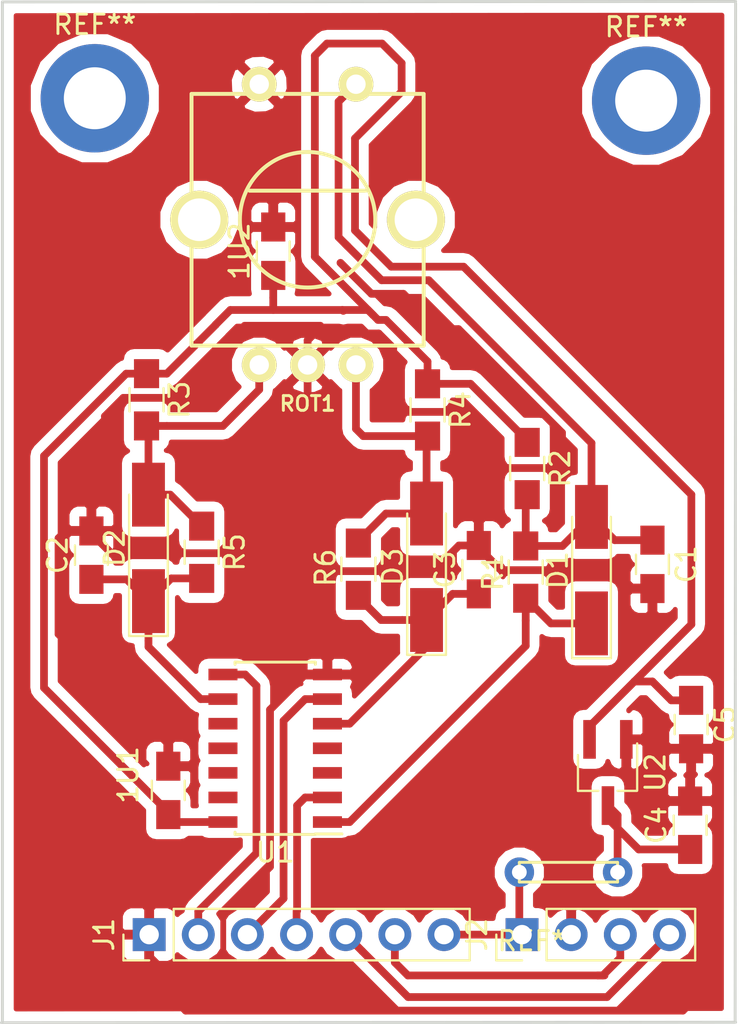
<source format=kicad_pcb>
(kicad_pcb (version 4) (host pcbnew 4.0.7)

  (general
    (links 0)
    (no_connects 2)
    (area 125.25 66.299999 163.925 124.494048)
    (thickness 1.6)
    (drawings 5)
    (tracks 211)
    (zones 0)
    (modules 24)
    (nets 15)
  )

  (page A4)
  (layers
    (0 F.Cu signal)
    (31 B.Cu signal)
    (32 B.Adhes user)
    (33 F.Adhes user)
    (34 B.Paste user)
    (35 F.Paste user)
    (36 B.SilkS user)
    (37 F.SilkS user)
    (38 B.Mask user)
    (39 F.Mask user)
    (40 Dwgs.User user)
    (41 Cmts.User user)
    (42 Eco1.User user)
    (43 Eco2.User user)
    (44 Edge.Cuts user)
    (45 Margin user)
    (46 B.CrtYd user)
    (47 F.CrtYd user)
    (48 B.Fab user hide)
    (49 F.Fab user hide)
  )

  (setup
    (last_trace_width 0.4)
    (trace_clearance 0.3)
    (zone_clearance 0.508)
    (zone_45_only no)
    (trace_min 0.2)
    (segment_width 0.2)
    (edge_width 0.15)
    (via_size 1)
    (via_drill 0.8)
    (via_min_size 0.4)
    (via_min_drill 0.3)
    (uvia_size 0.3)
    (uvia_drill 0.1)
    (uvias_allowed no)
    (uvia_min_size 0.2)
    (uvia_min_drill 0.1)
    (pcb_text_width 0.3)
    (pcb_text_size 1.5 1.5)
    (mod_edge_width 0.15)
    (mod_text_size 1 1)
    (mod_text_width 0.15)
    (pad_size 1.524 1.524)
    (pad_drill 0.762)
    (pad_to_mask_clearance 0.2)
    (aux_axis_origin 125.425 119.1)
    (visible_elements 7FFFEFFF)
    (pcbplotparams
      (layerselection 0x01200_00000001)
      (usegerberextensions false)
      (excludeedgelayer true)
      (linewidth 0.100000)
      (plotframeref false)
      (viasonmask false)
      (mode 1)
      (useauxorigin true)
      (hpglpennumber 1)
      (hpglpenspeed 20)
      (hpglpendiameter 15)
      (hpglpenoverlay 2)
      (psnegative false)
      (psa4output false)
      (plotreference true)
      (plotvalue true)
      (plotinvisibletext false)
      (padsonsilk false)
      (subtractmaskfromsilk false)
      (outputformat 1)
      (mirror false)
      (drillshape 0)
      (scaleselection 1)
      (outputdirectory ""))
  )

  (net 0 "")
  (net 1 GND)
  (net 2 "Net-(C1-Pad1)")
  (net 3 "Net-(C2-Pad1)")
  (net 4 "Net-(C3-Pad1)")
  (net 5 "Net-(D1-Pad1)")
  (net 6 "Net-(D2-Pad2)")
  (net 7 "Net-(D3-Pad2)")
  (net 8 Rot_Enc_SW)
  (net 9 Rot_Enc_A)
  (net 10 Rot_Enc_B)
  (net 11 +3V3)
  (net 12 SCL)
  (net 13 +5V)
  (net 14 SDA)

  (net_class Default "This is the default net class."
    (clearance 0.3)
    (trace_width 0.4)
    (via_dia 1)
    (via_drill 0.8)
    (uvia_dia 0.3)
    (uvia_drill 0.1)
    (add_net +3V3)
    (add_net +5V)
    (add_net GND)
    (add_net "Net-(C1-Pad1)")
    (add_net "Net-(C2-Pad1)")
    (add_net "Net-(C3-Pad1)")
    (add_net "Net-(D1-Pad1)")
    (add_net "Net-(D2-Pad2)")
    (add_net "Net-(D3-Pad2)")
    (add_net Rot_Enc_A)
    (add_net Rot_Enc_B)
    (add_net Rot_Enc_SW)
    (add_net SCL)
    (add_net SDA)
  )

  (module Capacitors_SMD:C_0805_HandSoldering (layer F.Cu) (tedit 58AA84A8) (tstamp 5AB76EAA)
    (at 133.975 107.125 90)
    (descr "Capacitor SMD 0805, hand soldering")
    (tags "capacitor 0805")
    (path /5A836800)
    (attr smd)
    (fp_text reference 1U1 (at 0.8 -2.075 90) (layer F.SilkS)
      (effects (font (size 1 1) (thickness 0.15)))
    )
    (fp_text value 0,1U (at 0 1.75 90) (layer F.Fab)
      (effects (font (size 1 1) (thickness 0.15)))
    )
    (fp_text user %R (at 0 -1.75 90) (layer F.Fab)
      (effects (font (size 1 1) (thickness 0.15)))
    )
    (fp_line (start -1 0.62) (end -1 -0.62) (layer F.Fab) (width 0.1))
    (fp_line (start 1 0.62) (end -1 0.62) (layer F.Fab) (width 0.1))
    (fp_line (start 1 -0.62) (end 1 0.62) (layer F.Fab) (width 0.1))
    (fp_line (start -1 -0.62) (end 1 -0.62) (layer F.Fab) (width 0.1))
    (fp_line (start 0.5 -0.85) (end -0.5 -0.85) (layer F.SilkS) (width 0.12))
    (fp_line (start -0.5 0.85) (end 0.5 0.85) (layer F.SilkS) (width 0.12))
    (fp_line (start -2.25 -0.88) (end 2.25 -0.88) (layer F.CrtYd) (width 0.05))
    (fp_line (start -2.25 -0.88) (end -2.25 0.87) (layer F.CrtYd) (width 0.05))
    (fp_line (start 2.25 0.87) (end 2.25 -0.88) (layer F.CrtYd) (width 0.05))
    (fp_line (start 2.25 0.87) (end -2.25 0.87) (layer F.CrtYd) (width 0.05))
    (pad 1 smd rect (at -1.25 0 90) (size 1.5 1.25) (layers F.Cu F.Paste F.Mask)
      (net 11 +3V3))
    (pad 2 smd rect (at 1.25 0 90) (size 1.5 1.25) (layers F.Cu F.Paste F.Mask)
      (net 1 GND))
    (model Capacitors_SMD.3dshapes/C_0805.wrl
      (at (xyz 0 0 0))
      (scale (xyz 1 1 1))
      (rotate (xyz 0 0 0))
    )
  )

  (module Capacitors_SMD:C_0805_HandSoldering (layer F.Cu) (tedit 58AA84A8) (tstamp 5AB76EB6)
    (at 159 95.45 270)
    (descr "Capacitor SMD 0805, hand soldering")
    (tags "capacitor 0805")
    (path /5A836814)
    (attr smd)
    (fp_text reference C1 (at 0 -1.75 270) (layer F.SilkS)
      (effects (font (size 1 1) (thickness 0.15)))
    )
    (fp_text value 0.1uF (at 0 1.75 270) (layer F.Fab)
      (effects (font (size 1 1) (thickness 0.15)))
    )
    (fp_text user %R (at 0 -1.75 270) (layer F.Fab)
      (effects (font (size 1 1) (thickness 0.15)))
    )
    (fp_line (start -1 0.62) (end -1 -0.62) (layer F.Fab) (width 0.1))
    (fp_line (start 1 0.62) (end -1 0.62) (layer F.Fab) (width 0.1))
    (fp_line (start 1 -0.62) (end 1 0.62) (layer F.Fab) (width 0.1))
    (fp_line (start -1 -0.62) (end 1 -0.62) (layer F.Fab) (width 0.1))
    (fp_line (start 0.5 -0.85) (end -0.5 -0.85) (layer F.SilkS) (width 0.12))
    (fp_line (start -0.5 0.85) (end 0.5 0.85) (layer F.SilkS) (width 0.12))
    (fp_line (start -2.25 -0.88) (end 2.25 -0.88) (layer F.CrtYd) (width 0.05))
    (fp_line (start -2.25 -0.88) (end -2.25 0.87) (layer F.CrtYd) (width 0.05))
    (fp_line (start 2.25 0.87) (end 2.25 -0.88) (layer F.CrtYd) (width 0.05))
    (fp_line (start 2.25 0.87) (end -2.25 0.87) (layer F.CrtYd) (width 0.05))
    (pad 1 smd rect (at -1.25 0 270) (size 1.5 1.25) (layers F.Cu F.Paste F.Mask)
      (net 2 "Net-(C1-Pad1)"))
    (pad 2 smd rect (at 1.25 0 270) (size 1.5 1.25) (layers F.Cu F.Paste F.Mask)
      (net 1 GND))
    (model Capacitors_SMD.3dshapes/C_0805.wrl
      (at (xyz 0 0 0))
      (scale (xyz 1 1 1))
      (rotate (xyz 0 0 0))
    )
  )

  (module Capacitors_SMD:C_0805_HandSoldering (layer F.Cu) (tedit 58AA84A8) (tstamp 5AB76EBC)
    (at 130 94.975 90)
    (descr "Capacitor SMD 0805, hand soldering")
    (tags "capacitor 0805")
    (path /5A836809)
    (attr smd)
    (fp_text reference C2 (at 0 -1.75 90) (layer F.SilkS)
      (effects (font (size 1 1) (thickness 0.15)))
    )
    (fp_text value 0.1uF (at 0 1.75 90) (layer F.Fab)
      (effects (font (size 1 1) (thickness 0.15)))
    )
    (fp_text user %R (at 0 -1.75 90) (layer F.Fab)
      (effects (font (size 1 1) (thickness 0.15)))
    )
    (fp_line (start -1 0.62) (end -1 -0.62) (layer F.Fab) (width 0.1))
    (fp_line (start 1 0.62) (end -1 0.62) (layer F.Fab) (width 0.1))
    (fp_line (start 1 -0.62) (end 1 0.62) (layer F.Fab) (width 0.1))
    (fp_line (start -1 -0.62) (end 1 -0.62) (layer F.Fab) (width 0.1))
    (fp_line (start 0.5 -0.85) (end -0.5 -0.85) (layer F.SilkS) (width 0.12))
    (fp_line (start -0.5 0.85) (end 0.5 0.85) (layer F.SilkS) (width 0.12))
    (fp_line (start -2.25 -0.88) (end 2.25 -0.88) (layer F.CrtYd) (width 0.05))
    (fp_line (start -2.25 -0.88) (end -2.25 0.87) (layer F.CrtYd) (width 0.05))
    (fp_line (start 2.25 0.87) (end 2.25 -0.88) (layer F.CrtYd) (width 0.05))
    (fp_line (start 2.25 0.87) (end -2.25 0.87) (layer F.CrtYd) (width 0.05))
    (pad 1 smd rect (at -1.25 0 90) (size 1.5 1.25) (layers F.Cu F.Paste F.Mask)
      (net 3 "Net-(C2-Pad1)"))
    (pad 2 smd rect (at 1.25 0 90) (size 1.5 1.25) (layers F.Cu F.Paste F.Mask)
      (net 1 GND))
    (model Capacitors_SMD.3dshapes/C_0805.wrl
      (at (xyz 0 0 0))
      (scale (xyz 1 1 1))
      (rotate (xyz 0 0 0))
    )
  )

  (module Capacitors_SMD:C_0805_HandSoldering (layer F.Cu) (tedit 58AA84A8) (tstamp 5AB76EC2)
    (at 150.025 95.725 90)
    (descr "Capacitor SMD 0805, hand soldering")
    (tags "capacitor 0805")
    (path /5A83680D)
    (attr smd)
    (fp_text reference C3 (at 0 -1.75 90) (layer F.SilkS)
      (effects (font (size 1 1) (thickness 0.15)))
    )
    (fp_text value 0.1uF (at 0 1.75 90) (layer F.Fab)
      (effects (font (size 1 1) (thickness 0.15)))
    )
    (fp_text user %R (at 0 -1.75 90) (layer F.Fab)
      (effects (font (size 1 1) (thickness 0.15)))
    )
    (fp_line (start -1 0.62) (end -1 -0.62) (layer F.Fab) (width 0.1))
    (fp_line (start 1 0.62) (end -1 0.62) (layer F.Fab) (width 0.1))
    (fp_line (start 1 -0.62) (end 1 0.62) (layer F.Fab) (width 0.1))
    (fp_line (start -1 -0.62) (end 1 -0.62) (layer F.Fab) (width 0.1))
    (fp_line (start 0.5 -0.85) (end -0.5 -0.85) (layer F.SilkS) (width 0.12))
    (fp_line (start -0.5 0.85) (end 0.5 0.85) (layer F.SilkS) (width 0.12))
    (fp_line (start -2.25 -0.88) (end 2.25 -0.88) (layer F.CrtYd) (width 0.05))
    (fp_line (start -2.25 -0.88) (end -2.25 0.87) (layer F.CrtYd) (width 0.05))
    (fp_line (start 2.25 0.87) (end 2.25 -0.88) (layer F.CrtYd) (width 0.05))
    (fp_line (start 2.25 0.87) (end -2.25 0.87) (layer F.CrtYd) (width 0.05))
    (pad 1 smd rect (at -1.25 0 90) (size 1.5 1.25) (layers F.Cu F.Paste F.Mask)
      (net 4 "Net-(C3-Pad1)"))
    (pad 2 smd rect (at 1.25 0 90) (size 1.5 1.25) (layers F.Cu F.Paste F.Mask)
      (net 1 GND))
    (model Capacitors_SMD.3dshapes/C_0805.wrl
      (at (xyz 0 0 0))
      (scale (xyz 1 1 1))
      (rotate (xyz 0 0 0))
    )
  )

  (module Capacitors_SMD:C_0805_HandSoldering (layer F.Cu) (tedit 58AA84A8) (tstamp 5AB76EC8)
    (at 160.95 108.925 90)
    (descr "Capacitor SMD 0805, hand soldering")
    (tags "capacitor 0805")
    (path /5AB79068)
    (attr smd)
    (fp_text reference C4 (at 0 -1.75 90) (layer F.SilkS)
      (effects (font (size 1 1) (thickness 0.15)))
    )
    (fp_text value 1u (at 0 1.75 90) (layer F.Fab)
      (effects (font (size 1 1) (thickness 0.15)))
    )
    (fp_text user %R (at 0 -1.75 90) (layer F.Fab)
      (effects (font (size 1 1) (thickness 0.15)))
    )
    (fp_line (start -1 0.62) (end -1 -0.62) (layer F.Fab) (width 0.1))
    (fp_line (start 1 0.62) (end -1 0.62) (layer F.Fab) (width 0.1))
    (fp_line (start 1 -0.62) (end 1 0.62) (layer F.Fab) (width 0.1))
    (fp_line (start -1 -0.62) (end 1 -0.62) (layer F.Fab) (width 0.1))
    (fp_line (start 0.5 -0.85) (end -0.5 -0.85) (layer F.SilkS) (width 0.12))
    (fp_line (start -0.5 0.85) (end 0.5 0.85) (layer F.SilkS) (width 0.12))
    (fp_line (start -2.25 -0.88) (end 2.25 -0.88) (layer F.CrtYd) (width 0.05))
    (fp_line (start -2.25 -0.88) (end -2.25 0.87) (layer F.CrtYd) (width 0.05))
    (fp_line (start 2.25 0.87) (end 2.25 -0.88) (layer F.CrtYd) (width 0.05))
    (fp_line (start 2.25 0.87) (end -2.25 0.87) (layer F.CrtYd) (width 0.05))
    (pad 1 smd rect (at -1.25 0 90) (size 1.5 1.25) (layers F.Cu F.Paste F.Mask)
      (net 13 +5V))
    (pad 2 smd rect (at 1.25 0 90) (size 1.5 1.25) (layers F.Cu F.Paste F.Mask)
      (net 1 GND))
    (model Capacitors_SMD.3dshapes/C_0805.wrl
      (at (xyz 0 0 0))
      (scale (xyz 1 1 1))
      (rotate (xyz 0 0 0))
    )
  )

  (module Capacitors_SMD:C_0805_HandSoldering (layer F.Cu) (tedit 58AA84A8) (tstamp 5AB76ECE)
    (at 161 103.725 270)
    (descr "Capacitor SMD 0805, hand soldering")
    (tags "capacitor 0805")
    (path /5AB790CF)
    (attr smd)
    (fp_text reference C5 (at 0 -1.75 270) (layer F.SilkS)
      (effects (font (size 1 1) (thickness 0.15)))
    )
    (fp_text value 100n (at 0 1.75 270) (layer F.Fab)
      (effects (font (size 1 1) (thickness 0.15)))
    )
    (fp_text user %R (at 0 -1.75 270) (layer F.Fab)
      (effects (font (size 1 1) (thickness 0.15)))
    )
    (fp_line (start -1 0.62) (end -1 -0.62) (layer F.Fab) (width 0.1))
    (fp_line (start 1 0.62) (end -1 0.62) (layer F.Fab) (width 0.1))
    (fp_line (start 1 -0.62) (end 1 0.62) (layer F.Fab) (width 0.1))
    (fp_line (start -1 -0.62) (end 1 -0.62) (layer F.Fab) (width 0.1))
    (fp_line (start 0.5 -0.85) (end -0.5 -0.85) (layer F.SilkS) (width 0.12))
    (fp_line (start -0.5 0.85) (end 0.5 0.85) (layer F.SilkS) (width 0.12))
    (fp_line (start -2.25 -0.88) (end 2.25 -0.88) (layer F.CrtYd) (width 0.05))
    (fp_line (start -2.25 -0.88) (end -2.25 0.87) (layer F.CrtYd) (width 0.05))
    (fp_line (start 2.25 0.87) (end 2.25 -0.88) (layer F.CrtYd) (width 0.05))
    (fp_line (start 2.25 0.87) (end -2.25 0.87) (layer F.CrtYd) (width 0.05))
    (pad 1 smd rect (at -1.25 0 270) (size 1.5 1.25) (layers F.Cu F.Paste F.Mask)
      (net 11 +3V3))
    (pad 2 smd rect (at 1.25 0 270) (size 1.5 1.25) (layers F.Cu F.Paste F.Mask)
      (net 1 GND))
    (model Capacitors_SMD.3dshapes/C_0805.wrl
      (at (xyz 0 0 0))
      (scale (xyz 1 1 1))
      (rotate (xyz 0 0 0))
    )
  )

  (module Diodes_SMD:D_MiniMELF_Handsoldering (layer F.Cu) (tedit 5905D919) (tstamp 5AB76ED4)
    (at 155.85 95.75 90)
    (descr "Diode Mini-MELF Handsoldering")
    (tags "Diode Mini-MELF Handsoldering")
    (path /5A836815)
    (attr smd)
    (fp_text reference D1 (at 0 -1.75 90) (layer F.SilkS)
      (effects (font (size 1 1) (thickness 0.15)))
    )
    (fp_text value 1m4148 (at 0 1.75 90) (layer F.Fab)
      (effects (font (size 1 1) (thickness 0.15)))
    )
    (fp_text user %R (at 0 -1.75 90) (layer F.Fab)
      (effects (font (size 1 1) (thickness 0.15)))
    )
    (fp_line (start 2.75 -1) (end -4.55 -1) (layer F.SilkS) (width 0.12))
    (fp_line (start -4.55 -1) (end -4.55 1) (layer F.SilkS) (width 0.12))
    (fp_line (start -4.55 1) (end 2.75 1) (layer F.SilkS) (width 0.12))
    (fp_line (start 1.65 -0.8) (end 1.65 0.8) (layer F.Fab) (width 0.1))
    (fp_line (start 1.65 0.8) (end -1.65 0.8) (layer F.Fab) (width 0.1))
    (fp_line (start -1.65 0.8) (end -1.65 -0.8) (layer F.Fab) (width 0.1))
    (fp_line (start -1.65 -0.8) (end 1.65 -0.8) (layer F.Fab) (width 0.1))
    (fp_line (start 0.25 0) (end 0.75 0) (layer F.Fab) (width 0.1))
    (fp_line (start 0.25 0.4) (end -0.35 0) (layer F.Fab) (width 0.1))
    (fp_line (start 0.25 -0.4) (end 0.25 0.4) (layer F.Fab) (width 0.1))
    (fp_line (start -0.35 0) (end 0.25 -0.4) (layer F.Fab) (width 0.1))
    (fp_line (start -0.35 0) (end -0.35 0.55) (layer F.Fab) (width 0.1))
    (fp_line (start -0.35 0) (end -0.35 -0.55) (layer F.Fab) (width 0.1))
    (fp_line (start -0.75 0) (end -0.35 0) (layer F.Fab) (width 0.1))
    (fp_line (start -4.65 -1.1) (end 4.65 -1.1) (layer F.CrtYd) (width 0.05))
    (fp_line (start 4.65 -1.1) (end 4.65 1.1) (layer F.CrtYd) (width 0.05))
    (fp_line (start 4.65 1.1) (end -4.65 1.1) (layer F.CrtYd) (width 0.05))
    (fp_line (start -4.65 1.1) (end -4.65 -1.1) (layer F.CrtYd) (width 0.05))
    (pad 1 smd rect (at -2.75 0 90) (size 3.3 1.7) (layers F.Cu F.Paste F.Mask)
      (net 5 "Net-(D1-Pad1)"))
    (pad 2 smd rect (at 2.75 0 90) (size 3.3 1.7) (layers F.Cu F.Paste F.Mask)
      (net 2 "Net-(C1-Pad1)"))
    (model ${KISYS3DMOD}/Diodes_SMD.3dshapes/D_MiniMELF.wrl
      (at (xyz 0 0 0))
      (scale (xyz 1 1 1))
      (rotate (xyz 0 0 0))
    )
  )

  (module Diodes_SMD:D_MiniMELF_Handsoldering (layer F.Cu) (tedit 5905D919) (tstamp 5AB76EDA)
    (at 132.95 94.6 90)
    (descr "Diode Mini-MELF Handsoldering")
    (tags "Diode Mini-MELF Handsoldering")
    (path /5A83680B)
    (attr smd)
    (fp_text reference D2 (at 0 -1.75 90) (layer F.SilkS)
      (effects (font (size 1 1) (thickness 0.15)))
    )
    (fp_text value 1m4148 (at 0 1.75 90) (layer F.Fab)
      (effects (font (size 1 1) (thickness 0.15)))
    )
    (fp_text user %R (at 0 -1.75 90) (layer F.Fab)
      (effects (font (size 1 1) (thickness 0.15)))
    )
    (fp_line (start 2.75 -1) (end -4.55 -1) (layer F.SilkS) (width 0.12))
    (fp_line (start -4.55 -1) (end -4.55 1) (layer F.SilkS) (width 0.12))
    (fp_line (start -4.55 1) (end 2.75 1) (layer F.SilkS) (width 0.12))
    (fp_line (start 1.65 -0.8) (end 1.65 0.8) (layer F.Fab) (width 0.1))
    (fp_line (start 1.65 0.8) (end -1.65 0.8) (layer F.Fab) (width 0.1))
    (fp_line (start -1.65 0.8) (end -1.65 -0.8) (layer F.Fab) (width 0.1))
    (fp_line (start -1.65 -0.8) (end 1.65 -0.8) (layer F.Fab) (width 0.1))
    (fp_line (start 0.25 0) (end 0.75 0) (layer F.Fab) (width 0.1))
    (fp_line (start 0.25 0.4) (end -0.35 0) (layer F.Fab) (width 0.1))
    (fp_line (start 0.25 -0.4) (end 0.25 0.4) (layer F.Fab) (width 0.1))
    (fp_line (start -0.35 0) (end 0.25 -0.4) (layer F.Fab) (width 0.1))
    (fp_line (start -0.35 0) (end -0.35 0.55) (layer F.Fab) (width 0.1))
    (fp_line (start -0.35 0) (end -0.35 -0.55) (layer F.Fab) (width 0.1))
    (fp_line (start -0.75 0) (end -0.35 0) (layer F.Fab) (width 0.1))
    (fp_line (start -4.65 -1.1) (end 4.65 -1.1) (layer F.CrtYd) (width 0.05))
    (fp_line (start 4.65 -1.1) (end 4.65 1.1) (layer F.CrtYd) (width 0.05))
    (fp_line (start 4.65 1.1) (end -4.65 1.1) (layer F.CrtYd) (width 0.05))
    (fp_line (start -4.65 1.1) (end -4.65 -1.1) (layer F.CrtYd) (width 0.05))
    (pad 1 smd rect (at -2.75 0 90) (size 3.3 1.7) (layers F.Cu F.Paste F.Mask)
      (net 3 "Net-(C2-Pad1)"))
    (pad 2 smd rect (at 2.75 0 90) (size 3.3 1.7) (layers F.Cu F.Paste F.Mask)
      (net 6 "Net-(D2-Pad2)"))
    (model ${KISYS3DMOD}/Diodes_SMD.3dshapes/D_MiniMELF.wrl
      (at (xyz 0 0 0))
      (scale (xyz 1 1 1))
      (rotate (xyz 0 0 0))
    )
  )

  (module Diodes_SMD:D_MiniMELF_Handsoldering (layer F.Cu) (tedit 5905D919) (tstamp 5AB76EE0)
    (at 147.325 95.575 90)
    (descr "Diode Mini-MELF Handsoldering")
    (tags "Diode Mini-MELF Handsoldering")
    (path /5A83680F)
    (attr smd)
    (fp_text reference D3 (at 0 -1.75 90) (layer F.SilkS)
      (effects (font (size 1 1) (thickness 0.15)))
    )
    (fp_text value 1m4148 (at 0 1.75 90) (layer F.Fab)
      (effects (font (size 1 1) (thickness 0.15)))
    )
    (fp_text user %R (at 0 -1.75 90) (layer F.Fab)
      (effects (font (size 1 1) (thickness 0.15)))
    )
    (fp_line (start 2.75 -1) (end -4.55 -1) (layer F.SilkS) (width 0.12))
    (fp_line (start -4.55 -1) (end -4.55 1) (layer F.SilkS) (width 0.12))
    (fp_line (start -4.55 1) (end 2.75 1) (layer F.SilkS) (width 0.12))
    (fp_line (start 1.65 -0.8) (end 1.65 0.8) (layer F.Fab) (width 0.1))
    (fp_line (start 1.65 0.8) (end -1.65 0.8) (layer F.Fab) (width 0.1))
    (fp_line (start -1.65 0.8) (end -1.65 -0.8) (layer F.Fab) (width 0.1))
    (fp_line (start -1.65 -0.8) (end 1.65 -0.8) (layer F.Fab) (width 0.1))
    (fp_line (start 0.25 0) (end 0.75 0) (layer F.Fab) (width 0.1))
    (fp_line (start 0.25 0.4) (end -0.35 0) (layer F.Fab) (width 0.1))
    (fp_line (start 0.25 -0.4) (end 0.25 0.4) (layer F.Fab) (width 0.1))
    (fp_line (start -0.35 0) (end 0.25 -0.4) (layer F.Fab) (width 0.1))
    (fp_line (start -0.35 0) (end -0.35 0.55) (layer F.Fab) (width 0.1))
    (fp_line (start -0.35 0) (end -0.35 -0.55) (layer F.Fab) (width 0.1))
    (fp_line (start -0.75 0) (end -0.35 0) (layer F.Fab) (width 0.1))
    (fp_line (start -4.65 -1.1) (end 4.65 -1.1) (layer F.CrtYd) (width 0.05))
    (fp_line (start 4.65 -1.1) (end 4.65 1.1) (layer F.CrtYd) (width 0.05))
    (fp_line (start 4.65 1.1) (end -4.65 1.1) (layer F.CrtYd) (width 0.05))
    (fp_line (start -4.65 1.1) (end -4.65 -1.1) (layer F.CrtYd) (width 0.05))
    (pad 1 smd rect (at -2.75 0 90) (size 3.3 1.7) (layers F.Cu F.Paste F.Mask)
      (net 4 "Net-(C3-Pad1)"))
    (pad 2 smd rect (at 2.75 0 90) (size 3.3 1.7) (layers F.Cu F.Paste F.Mask)
      (net 7 "Net-(D3-Pad2)"))
    (model ${KISYS3DMOD}/Diodes_SMD.3dshapes/D_MiniMELF.wrl
      (at (xyz 0 0 0))
      (scale (xyz 1 1 1))
      (rotate (xyz 0 0 0))
    )
  )

  (module Pin_Headers:Pin_Header_Straight_1x07_Pitch2.54mm (layer F.Cu) (tedit 59650532) (tstamp 5AB76EEB)
    (at 132.985 114.575 90)
    (descr "Through hole straight pin header, 1x07, 2.54mm pitch, single row")
    (tags "Through hole pin header THT 1x07 2.54mm single row")
    (path /5AB7719A)
    (fp_text reference J1 (at 0 -2.33 90) (layer F.SilkS)
      (effects (font (size 1 1) (thickness 0.15)))
    )
    (fp_text value "Connection to mainBoard" (at 0 17.57 90) (layer F.Fab)
      (effects (font (size 1 1) (thickness 0.15)))
    )
    (fp_line (start -0.635 -1.27) (end 1.27 -1.27) (layer F.Fab) (width 0.1))
    (fp_line (start 1.27 -1.27) (end 1.27 16.51) (layer F.Fab) (width 0.1))
    (fp_line (start 1.27 16.51) (end -1.27 16.51) (layer F.Fab) (width 0.1))
    (fp_line (start -1.27 16.51) (end -1.27 -0.635) (layer F.Fab) (width 0.1))
    (fp_line (start -1.27 -0.635) (end -0.635 -1.27) (layer F.Fab) (width 0.1))
    (fp_line (start -1.33 16.57) (end 1.33 16.57) (layer F.SilkS) (width 0.12))
    (fp_line (start -1.33 1.27) (end -1.33 16.57) (layer F.SilkS) (width 0.12))
    (fp_line (start 1.33 1.27) (end 1.33 16.57) (layer F.SilkS) (width 0.12))
    (fp_line (start -1.33 1.27) (end 1.33 1.27) (layer F.SilkS) (width 0.12))
    (fp_line (start -1.33 0) (end -1.33 -1.33) (layer F.SilkS) (width 0.12))
    (fp_line (start -1.33 -1.33) (end 0 -1.33) (layer F.SilkS) (width 0.12))
    (fp_line (start -1.8 -1.8) (end -1.8 17.05) (layer F.CrtYd) (width 0.05))
    (fp_line (start -1.8 17.05) (end 1.8 17.05) (layer F.CrtYd) (width 0.05))
    (fp_line (start 1.8 17.05) (end 1.8 -1.8) (layer F.CrtYd) (width 0.05))
    (fp_line (start 1.8 -1.8) (end -1.8 -1.8) (layer F.CrtYd) (width 0.05))
    (fp_text user %R (at 0 7.62 180) (layer F.Fab)
      (effects (font (size 1 1) (thickness 0.15)))
    )
    (pad 1 thru_hole rect (at 0 0 90) (size 1.7 1.7) (drill 1) (layers *.Cu *.Mask)
      (net 1 GND))
    (pad 2 thru_hole oval (at 0 2.54 90) (size 1.7 1.7) (drill 1) (layers *.Cu *.Mask)
      (net 10 Rot_Enc_B))
    (pad 3 thru_hole oval (at 0 5.08 90) (size 1.7 1.7) (drill 1) (layers *.Cu *.Mask)
      (net 9 Rot_Enc_A))
    (pad 4 thru_hole oval (at 0 7.62 90) (size 1.7 1.7) (drill 1) (layers *.Cu *.Mask)
      (net 8 Rot_Enc_SW))
    (pad 5 thru_hole oval (at 0 10.16 90) (size 1.7 1.7) (drill 1) (layers *.Cu *.Mask)
      (net 12 SCL))
    (pad 6 thru_hole oval (at 0 12.7 90) (size 1.7 1.7) (drill 1) (layers *.Cu *.Mask)
      (net 14 SDA))
    (pad 7 thru_hole oval (at 0 15.24 90) (size 1.7 1.7) (drill 1) (layers *.Cu *.Mask)
      (net 13 +5V))
    (model ${KISYS3DMOD}/Pin_Headers.3dshapes/Pin_Header_Straight_1x07_Pitch2.54mm.wrl
      (at (xyz 0 0 0))
      (scale (xyz 1 1 1))
      (rotate (xyz 0 0 0))
    )
  )

  (module Pin_Headers:Pin_Header_Straight_1x04_Pitch2.54mm (layer F.Cu) (tedit 59650532) (tstamp 5AB76EF3)
    (at 152.26 114.575 90)
    (descr "Through hole straight pin header, 1x04, 2.54mm pitch, single row")
    (tags "Through hole pin header THT 1x04 2.54mm single row")
    (path /5A8367FF)
    (fp_text reference J2 (at 0 -2.33 90) (layer F.SilkS)
      (effects (font (size 1 1) (thickness 0.15)))
    )
    (fp_text value LCD4x20 (at 0 9.95 90) (layer F.Fab)
      (effects (font (size 1 1) (thickness 0.15)))
    )
    (fp_line (start -0.635 -1.27) (end 1.27 -1.27) (layer F.Fab) (width 0.1))
    (fp_line (start 1.27 -1.27) (end 1.27 8.89) (layer F.Fab) (width 0.1))
    (fp_line (start 1.27 8.89) (end -1.27 8.89) (layer F.Fab) (width 0.1))
    (fp_line (start -1.27 8.89) (end -1.27 -0.635) (layer F.Fab) (width 0.1))
    (fp_line (start -1.27 -0.635) (end -0.635 -1.27) (layer F.Fab) (width 0.1))
    (fp_line (start -1.33 8.95) (end 1.33 8.95) (layer F.SilkS) (width 0.12))
    (fp_line (start -1.33 1.27) (end -1.33 8.95) (layer F.SilkS) (width 0.12))
    (fp_line (start 1.33 1.27) (end 1.33 8.95) (layer F.SilkS) (width 0.12))
    (fp_line (start -1.33 1.27) (end 1.33 1.27) (layer F.SilkS) (width 0.12))
    (fp_line (start -1.33 0) (end -1.33 -1.33) (layer F.SilkS) (width 0.12))
    (fp_line (start -1.33 -1.33) (end 0 -1.33) (layer F.SilkS) (width 0.12))
    (fp_line (start -1.8 -1.8) (end -1.8 9.4) (layer F.CrtYd) (width 0.05))
    (fp_line (start -1.8 9.4) (end 1.8 9.4) (layer F.CrtYd) (width 0.05))
    (fp_line (start 1.8 9.4) (end 1.8 -1.8) (layer F.CrtYd) (width 0.05))
    (fp_line (start 1.8 -1.8) (end -1.8 -1.8) (layer F.CrtYd) (width 0.05))
    (fp_text user %R (at 0 3.81 180) (layer F.Fab)
      (effects (font (size 1 1) (thickness 0.15)))
    )
    (pad 1 thru_hole rect (at 0 0 90) (size 1.7 1.7) (drill 1) (layers *.Cu *.Mask)
      (net 13 +5V))
    (pad 2 thru_hole oval (at 0 2.54 90) (size 1.7 1.7) (drill 1) (layers *.Cu *.Mask)
      (net 1 GND))
    (pad 3 thru_hole oval (at 0 5.08 90) (size 1.7 1.7) (drill 1) (layers *.Cu *.Mask)
      (net 14 SDA))
    (pad 4 thru_hole oval (at 0 7.62 90) (size 1.7 1.7) (drill 1) (layers *.Cu *.Mask)
      (net 12 SCL))
    (model ${KISYS3DMOD}/Pin_Headers.3dshapes/Pin_Header_Straight_1x04_Pitch2.54mm.wrl
      (at (xyz 0 0 0))
      (scale (xyz 1 1 1))
      (rotate (xyz 0 0 0))
    )
  )

  (module Resistors_SMD:R_0805_HandSoldering (layer F.Cu) (tedit 58E0A804) (tstamp 5AB76EF9)
    (at 152.45 95.85 90)
    (descr "Resistor SMD 0805, hand soldering")
    (tags "resistor 0805")
    (path /5A836816)
    (attr smd)
    (fp_text reference R1 (at 0 -1.7 90) (layer F.SilkS)
      (effects (font (size 1 1) (thickness 0.15)))
    )
    (fp_text value 10K (at 0 1.75 90) (layer F.Fab)
      (effects (font (size 1 1) (thickness 0.15)))
    )
    (fp_text user %R (at 0 0 90) (layer F.Fab)
      (effects (font (size 0.5 0.5) (thickness 0.075)))
    )
    (fp_line (start -1 0.62) (end -1 -0.62) (layer F.Fab) (width 0.1))
    (fp_line (start 1 0.62) (end -1 0.62) (layer F.Fab) (width 0.1))
    (fp_line (start 1 -0.62) (end 1 0.62) (layer F.Fab) (width 0.1))
    (fp_line (start -1 -0.62) (end 1 -0.62) (layer F.Fab) (width 0.1))
    (fp_line (start 0.6 0.88) (end -0.6 0.88) (layer F.SilkS) (width 0.12))
    (fp_line (start -0.6 -0.88) (end 0.6 -0.88) (layer F.SilkS) (width 0.12))
    (fp_line (start -2.35 -0.9) (end 2.35 -0.9) (layer F.CrtYd) (width 0.05))
    (fp_line (start -2.35 -0.9) (end -2.35 0.9) (layer F.CrtYd) (width 0.05))
    (fp_line (start 2.35 0.9) (end 2.35 -0.9) (layer F.CrtYd) (width 0.05))
    (fp_line (start 2.35 0.9) (end -2.35 0.9) (layer F.CrtYd) (width 0.05))
    (pad 1 smd rect (at -1.35 0 90) (size 1.5 1.3) (layers F.Cu F.Paste F.Mask)
      (net 5 "Net-(D1-Pad1)"))
    (pad 2 smd rect (at 1.35 0 90) (size 1.5 1.3) (layers F.Cu F.Paste F.Mask)
      (net 2 "Net-(C1-Pad1)"))
    (model ${KISYS3DMOD}/Resistors_SMD.3dshapes/R_0805.wrl
      (at (xyz 0 0 0))
      (scale (xyz 1 1 1))
      (rotate (xyz 0 0 0))
    )
  )

  (module Resistors_SMD:R_0805_HandSoldering (layer F.Cu) (tedit 58E0A804) (tstamp 5AB76EFF)
    (at 152.525 90.5 270)
    (descr "Resistor SMD 0805, hand soldering")
    (tags "resistor 0805")
    (path /5A836805)
    (attr smd)
    (fp_text reference R2 (at 0 -1.7 270) (layer F.SilkS)
      (effects (font (size 1 1) (thickness 0.15)))
    )
    (fp_text value 10K (at 0 1.75 270) (layer F.Fab)
      (effects (font (size 1 1) (thickness 0.15)))
    )
    (fp_text user %R (at 0 0 270) (layer F.Fab)
      (effects (font (size 0.5 0.5) (thickness 0.075)))
    )
    (fp_line (start -1 0.62) (end -1 -0.62) (layer F.Fab) (width 0.1))
    (fp_line (start 1 0.62) (end -1 0.62) (layer F.Fab) (width 0.1))
    (fp_line (start 1 -0.62) (end 1 0.62) (layer F.Fab) (width 0.1))
    (fp_line (start -1 -0.62) (end 1 -0.62) (layer F.Fab) (width 0.1))
    (fp_line (start 0.6 0.88) (end -0.6 0.88) (layer F.SilkS) (width 0.12))
    (fp_line (start -0.6 -0.88) (end 0.6 -0.88) (layer F.SilkS) (width 0.12))
    (fp_line (start -2.35 -0.9) (end 2.35 -0.9) (layer F.CrtYd) (width 0.05))
    (fp_line (start -2.35 -0.9) (end -2.35 0.9) (layer F.CrtYd) (width 0.05))
    (fp_line (start 2.35 0.9) (end 2.35 -0.9) (layer F.CrtYd) (width 0.05))
    (fp_line (start 2.35 0.9) (end -2.35 0.9) (layer F.CrtYd) (width 0.05))
    (pad 1 smd rect (at -1.35 0 270) (size 1.5 1.3) (layers F.Cu F.Paste F.Mask)
      (net 11 +3V3))
    (pad 2 smd rect (at 1.35 0 270) (size 1.5 1.3) (layers F.Cu F.Paste F.Mask)
      (net 2 "Net-(C1-Pad1)"))
    (model ${KISYS3DMOD}/Resistors_SMD.3dshapes/R_0805.wrl
      (at (xyz 0 0 0))
      (scale (xyz 1 1 1))
      (rotate (xyz 0 0 0))
    )
  )

  (module Resistors_SMD:R_0805_HandSoldering (layer F.Cu) (tedit 58E0A804) (tstamp 5AB76F05)
    (at 132.85 86.95 270)
    (descr "Resistor SMD 0805, hand soldering")
    (tags "resistor 0805")
    (path /5A836808)
    (attr smd)
    (fp_text reference R3 (at 0 -1.7 270) (layer F.SilkS)
      (effects (font (size 1 1) (thickness 0.15)))
    )
    (fp_text value 10K (at 0 1.75 270) (layer F.Fab)
      (effects (font (size 1 1) (thickness 0.15)))
    )
    (fp_text user %R (at 0 0 270) (layer F.Fab)
      (effects (font (size 0.5 0.5) (thickness 0.075)))
    )
    (fp_line (start -1 0.62) (end -1 -0.62) (layer F.Fab) (width 0.1))
    (fp_line (start 1 0.62) (end -1 0.62) (layer F.Fab) (width 0.1))
    (fp_line (start 1 -0.62) (end 1 0.62) (layer F.Fab) (width 0.1))
    (fp_line (start -1 -0.62) (end 1 -0.62) (layer F.Fab) (width 0.1))
    (fp_line (start 0.6 0.88) (end -0.6 0.88) (layer F.SilkS) (width 0.12))
    (fp_line (start -0.6 -0.88) (end 0.6 -0.88) (layer F.SilkS) (width 0.12))
    (fp_line (start -2.35 -0.9) (end 2.35 -0.9) (layer F.CrtYd) (width 0.05))
    (fp_line (start -2.35 -0.9) (end -2.35 0.9) (layer F.CrtYd) (width 0.05))
    (fp_line (start 2.35 0.9) (end 2.35 -0.9) (layer F.CrtYd) (width 0.05))
    (fp_line (start 2.35 0.9) (end -2.35 0.9) (layer F.CrtYd) (width 0.05))
    (pad 1 smd rect (at -1.35 0 270) (size 1.5 1.3) (layers F.Cu F.Paste F.Mask)
      (net 11 +3V3))
    (pad 2 smd rect (at 1.35 0 270) (size 1.5 1.3) (layers F.Cu F.Paste F.Mask)
      (net 6 "Net-(D2-Pad2)"))
    (model ${KISYS3DMOD}/Resistors_SMD.3dshapes/R_0805.wrl
      (at (xyz 0 0 0))
      (scale (xyz 1 1 1))
      (rotate (xyz 0 0 0))
    )
  )

  (module Resistors_SMD:R_0805_HandSoldering (layer F.Cu) (tedit 58E0A804) (tstamp 5AB76F0B)
    (at 147.375 87.475 270)
    (descr "Resistor SMD 0805, hand soldering")
    (tags "resistor 0805")
    (path /5A836811)
    (attr smd)
    (fp_text reference R4 (at 0 -1.7 270) (layer F.SilkS)
      (effects (font (size 1 1) (thickness 0.15)))
    )
    (fp_text value 10K (at 0 1.75 270) (layer F.Fab)
      (effects (font (size 1 1) (thickness 0.15)))
    )
    (fp_text user %R (at 0 0 270) (layer F.Fab)
      (effects (font (size 0.5 0.5) (thickness 0.075)))
    )
    (fp_line (start -1 0.62) (end -1 -0.62) (layer F.Fab) (width 0.1))
    (fp_line (start 1 0.62) (end -1 0.62) (layer F.Fab) (width 0.1))
    (fp_line (start 1 -0.62) (end 1 0.62) (layer F.Fab) (width 0.1))
    (fp_line (start -1 -0.62) (end 1 -0.62) (layer F.Fab) (width 0.1))
    (fp_line (start 0.6 0.88) (end -0.6 0.88) (layer F.SilkS) (width 0.12))
    (fp_line (start -0.6 -0.88) (end 0.6 -0.88) (layer F.SilkS) (width 0.12))
    (fp_line (start -2.35 -0.9) (end 2.35 -0.9) (layer F.CrtYd) (width 0.05))
    (fp_line (start -2.35 -0.9) (end -2.35 0.9) (layer F.CrtYd) (width 0.05))
    (fp_line (start 2.35 0.9) (end 2.35 -0.9) (layer F.CrtYd) (width 0.05))
    (fp_line (start 2.35 0.9) (end -2.35 0.9) (layer F.CrtYd) (width 0.05))
    (pad 1 smd rect (at -1.35 0 270) (size 1.5 1.3) (layers F.Cu F.Paste F.Mask)
      (net 11 +3V3))
    (pad 2 smd rect (at 1.35 0 270) (size 1.5 1.3) (layers F.Cu F.Paste F.Mask)
      (net 7 "Net-(D3-Pad2)"))
    (model ${KISYS3DMOD}/Resistors_SMD.3dshapes/R_0805.wrl
      (at (xyz 0 0 0))
      (scale (xyz 1 1 1))
      (rotate (xyz 0 0 0))
    )
  )

  (module Resistors_SMD:R_0805_HandSoldering (layer F.Cu) (tedit 58E0A804) (tstamp 5AB76F11)
    (at 135.7 94.825 270)
    (descr "Resistor SMD 0805, hand soldering")
    (tags "resistor 0805")
    (path /5A83680C)
    (attr smd)
    (fp_text reference R5 (at 0 -1.7 270) (layer F.SilkS)
      (effects (font (size 1 1) (thickness 0.15)))
    )
    (fp_text value 10K (at 0 1.75 270) (layer F.Fab)
      (effects (font (size 1 1) (thickness 0.15)))
    )
    (fp_text user %R (at 0 0 270) (layer F.Fab)
      (effects (font (size 0.5 0.5) (thickness 0.075)))
    )
    (fp_line (start -1 0.62) (end -1 -0.62) (layer F.Fab) (width 0.1))
    (fp_line (start 1 0.62) (end -1 0.62) (layer F.Fab) (width 0.1))
    (fp_line (start 1 -0.62) (end 1 0.62) (layer F.Fab) (width 0.1))
    (fp_line (start -1 -0.62) (end 1 -0.62) (layer F.Fab) (width 0.1))
    (fp_line (start 0.6 0.88) (end -0.6 0.88) (layer F.SilkS) (width 0.12))
    (fp_line (start -0.6 -0.88) (end 0.6 -0.88) (layer F.SilkS) (width 0.12))
    (fp_line (start -2.35 -0.9) (end 2.35 -0.9) (layer F.CrtYd) (width 0.05))
    (fp_line (start -2.35 -0.9) (end -2.35 0.9) (layer F.CrtYd) (width 0.05))
    (fp_line (start 2.35 0.9) (end 2.35 -0.9) (layer F.CrtYd) (width 0.05))
    (fp_line (start 2.35 0.9) (end -2.35 0.9) (layer F.CrtYd) (width 0.05))
    (pad 1 smd rect (at -1.35 0 270) (size 1.5 1.3) (layers F.Cu F.Paste F.Mask)
      (net 6 "Net-(D2-Pad2)"))
    (pad 2 smd rect (at 1.35 0 270) (size 1.5 1.3) (layers F.Cu F.Paste F.Mask)
      (net 3 "Net-(C2-Pad1)"))
    (model ${KISYS3DMOD}/Resistors_SMD.3dshapes/R_0805.wrl
      (at (xyz 0 0 0))
      (scale (xyz 1 1 1))
      (rotate (xyz 0 0 0))
    )
  )

  (module Resistors_SMD:R_0805_HandSoldering (layer F.Cu) (tedit 58E0A804) (tstamp 5AB76F17)
    (at 143.8 95.7 270)
    (descr "Resistor SMD 0805, hand soldering")
    (tags "resistor 0805")
    (path /5A836810)
    (attr smd)
    (fp_text reference R6 (at -0.075 1.7 270) (layer F.SilkS)
      (effects (font (size 1 1) (thickness 0.15)))
    )
    (fp_text value 10K (at 0 1.75 270) (layer F.Fab)
      (effects (font (size 1 1) (thickness 0.15)))
    )
    (fp_text user %R (at 0 0 270) (layer F.Fab)
      (effects (font (size 0.5 0.5) (thickness 0.075)))
    )
    (fp_line (start -1 0.62) (end -1 -0.62) (layer F.Fab) (width 0.1))
    (fp_line (start 1 0.62) (end -1 0.62) (layer F.Fab) (width 0.1))
    (fp_line (start 1 -0.62) (end 1 0.62) (layer F.Fab) (width 0.1))
    (fp_line (start -1 -0.62) (end 1 -0.62) (layer F.Fab) (width 0.1))
    (fp_line (start 0.6 0.88) (end -0.6 0.88) (layer F.SilkS) (width 0.12))
    (fp_line (start -0.6 -0.88) (end 0.6 -0.88) (layer F.SilkS) (width 0.12))
    (fp_line (start -2.35 -0.9) (end 2.35 -0.9) (layer F.CrtYd) (width 0.05))
    (fp_line (start -2.35 -0.9) (end -2.35 0.9) (layer F.CrtYd) (width 0.05))
    (fp_line (start 2.35 0.9) (end 2.35 -0.9) (layer F.CrtYd) (width 0.05))
    (fp_line (start 2.35 0.9) (end -2.35 0.9) (layer F.CrtYd) (width 0.05))
    (pad 1 smd rect (at -1.35 0 270) (size 1.5 1.3) (layers F.Cu F.Paste F.Mask)
      (net 7 "Net-(D3-Pad2)"))
    (pad 2 smd rect (at 1.35 0 270) (size 1.5 1.3) (layers F.Cu F.Paste F.Mask)
      (net 4 "Net-(C3-Pad1)"))
    (model ${KISYS3DMOD}/Resistors_SMD.3dshapes/R_0805.wrl
      (at (xyz 0 0 0))
      (scale (xyz 1 1 1))
      (rotate (xyz 0 0 0))
    )
  )

  (module Libs:ROTARY-ENCODER-Ebay (layer F.Cu) (tedit 59B3D3EC) (tstamp 5AB76F22)
    (at 141.175 77.65)
    (path /5A8367FD)
    (fp_text reference ROT1 (at 0 9.5) (layer F.SilkS)
      (effects (font (size 0.762 0.762) (thickness 0.1524)))
    )
    (fp_text value ROTARY-ENCODER (at -0.93 -2.225) (layer F.SilkS) hide
      (effects (font (size 0.762 0.762) (thickness 0.1524)))
    )
    (fp_line (start 3 -1.5) (end -3 -1.5) (layer F.SilkS) (width 0.2032))
    (fp_circle (center 0 0) (end 3.5 0) (layer F.SilkS) (width 0.2032))
    (fp_line (start 6 6.5) (end -6 6.5) (layer F.SilkS) (width 0.2032))
    (fp_line (start -6 6.5) (end -6 -6.5) (layer F.SilkS) (width 0.2032))
    (fp_line (start -6 -6.5) (end 6 -6.5) (layer F.SilkS) (width 0.2032))
    (fp_line (start 6 -6.5) (end 6 6.5) (layer F.SilkS) (width 0.2032))
    (pad 4 thru_hole circle (at -2.5 -7) (size 1.8 1.8) (drill 1) (layers *.Cu *.Mask F.SilkS)
      (net 1 GND))
    (pad 3 thru_hole circle (at -2.5 7.5) (size 1.8 1.8) (drill 1) (layers *.Cu *.Mask F.SilkS)
      (net 6 "Net-(D2-Pad2)"))
    (pad 2 thru_hole circle (at 0 7.5) (size 1.8 1.8) (drill 1) (layers *.Cu *.Mask F.SilkS)
      (net 1 GND))
    (pad 1 thru_hole circle (at 2.5 7.5) (size 1.8 1.8) (drill 1) (layers *.Cu *.Mask F.SilkS)
      (net 7 "Net-(D3-Pad2)"))
    (pad 5 thru_hole circle (at 2.5 -7) (size 1.8 1.8) (drill 1) (layers *.Cu *.Mask F.SilkS)
      (net 2 "Net-(C1-Pad1)"))
    (pad "" thru_hole circle (at 5.6 0) (size 3 3) (drill 2.2) (layers *.Cu *.Mask F.SilkS))
    (pad "" thru_hole circle (at -5.6 0) (size 3 3) (drill 2.2) (layers *.Cu *.Mask F.SilkS))
  )

  (module Housings_SOIC:SOIC-14_3.9x8.7mm_Pitch1.27mm (layer F.Cu) (tedit 5AB77245) (tstamp 5AB76F34)
    (at 139.5 104.95 180)
    (descr "14-Lead Plastic Small Outline (SL) - Narrow, 3.90 mm Body [SOIC] (see Microchip Packaging Specification 00000049BS.pdf)")
    (tags "SOIC 1.27")
    (path /5A836806)
    (attr smd)
    (fp_text reference U1 (at 0 -5.375 180) (layer F.SilkS)
      (effects (font (size 1 1) (thickness 0.15)))
    )
    (fp_text value 74HC14 (at 0 5.375 180) (layer F.Fab)
      (effects (font (size 1 1) (thickness 0.15)))
    )
    (fp_text user %R (at 0 0 180) (layer F.Fab)
      (effects (font (size 0.9 0.9) (thickness 0.135)))
    )
    (fp_line (start -0.95 -4.35) (end 1.95 -4.35) (layer F.Fab) (width 0.15))
    (fp_line (start 1.95 -4.35) (end 1.95 4.35) (layer F.Fab) (width 0.15))
    (fp_line (start 1.95 4.35) (end -1.95 4.35) (layer F.Fab) (width 0.15))
    (fp_line (start -1.95 4.35) (end -1.95 -3.35) (layer F.Fab) (width 0.15))
    (fp_line (start -1.95 -3.35) (end -0.95 -4.35) (layer F.Fab) (width 0.15))
    (fp_line (start -3.7 -4.65) (end -3.7 4.65) (layer F.CrtYd) (width 0.05))
    (fp_line (start 3.7 -4.65) (end 3.7 4.65) (layer F.CrtYd) (width 0.05))
    (fp_line (start -3.7 -4.65) (end 3.7 -4.65) (layer F.CrtYd) (width 0.05))
    (fp_line (start -3.7 4.65) (end 3.7 4.65) (layer F.CrtYd) (width 0.05))
    (fp_line (start -2.075 -4.45) (end -2.075 -4.425) (layer F.SilkS) (width 0.15))
    (fp_line (start 2.075 -4.45) (end 2.075 -4.335) (layer F.SilkS) (width 0.15))
    (fp_line (start 2.075 4.45) (end 2.075 4.335) (layer F.SilkS) (width 0.15))
    (fp_line (start -2.075 4.45) (end -2.075 4.335) (layer F.SilkS) (width 0.15))
    (fp_line (start -2.075 -4.45) (end 2.075 -4.45) (layer F.SilkS) (width 0.15))
    (fp_line (start -2.075 4.45) (end 2.075 4.45) (layer F.SilkS) (width 0.15))
    (fp_line (start -2.075 -4.425) (end -3.45 -4.425) (layer F.SilkS) (width 0.15))
    (pad 1 smd rect (at -2.7 -3.81 180) (size 1.5 0.6) (layers F.Cu F.Paste F.Mask)
      (net 5 "Net-(D1-Pad1)"))
    (pad 2 smd rect (at -2.7 -2.54 180) (size 1.5 0.6) (layers F.Cu F.Paste F.Mask)
      (net 8 Rot_Enc_SW))
    (pad 3 smd rect (at -2.7 -1.27 180) (size 1.5 0.6) (layers F.Cu F.Paste F.Mask))
    (pad 4 smd rect (at -2.7 0 180) (size 1.5 0.6) (layers F.Cu F.Paste F.Mask))
    (pad 5 smd rect (at -2.7 1.27 180) (size 1.5 0.6) (layers F.Cu F.Paste F.Mask)
      (net 4 "Net-(C3-Pad1)"))
    (pad 6 smd rect (at -2.7 2.54 180) (size 1.5 0.6) (layers F.Cu F.Paste F.Mask)
      (net 9 Rot_Enc_A))
    (pad 7 smd rect (at -2.7 3.81 180) (size 1.5 0.6) (layers F.Cu F.Paste F.Mask)
      (net 1 GND))
    (pad 8 smd rect (at 2.7 3.81 180) (size 1.5 0.6) (layers F.Cu F.Paste F.Mask)
      (net 10 Rot_Enc_B))
    (pad 9 smd rect (at 2.7 2.54 180) (size 1.5 0.6) (layers F.Cu F.Paste F.Mask)
      (net 3 "Net-(C2-Pad1)"))
    (pad 10 smd rect (at 2.7 1.27 180) (size 1.5 0.6) (layers F.Cu F.Paste F.Mask))
    (pad 11 smd rect (at 2.7 0 180) (size 1.5 0.6) (layers F.Cu F.Paste F.Mask))
    (pad 12 smd rect (at 2.7 -1.27 180) (size 1.5 0.6) (layers F.Cu F.Paste F.Mask))
    (pad 13 smd rect (at 2.7 -2.54 180) (size 1.5 0.6) (layers F.Cu F.Paste F.Mask))
    (pad 14 smd rect (at 2.7 -3.81 180) (size 1.5 0.6) (layers F.Cu F.Paste F.Mask))
    (model ${KISYS3DMOD}/Housings_SOIC.3dshapes/SOIC-14_3.9x8.7mm_Pitch1.27mm.wrl
      (at (xyz 0 0 0))
      (scale (xyz 1 1 1))
      (rotate (xyz 0 0 0))
    )
  )

  (module TO_SOT_Packages_SMD:TSOT-23_HandSoldering (layer F.Cu) (tedit 58CE4E80) (tstamp 5AB76F3B)
    (at 156.7 106.2 270)
    (descr "5-pin TSOT23 package, http://cds.linear.com/docs/en/packaging/SOT_5_05-08-1635.pdf")
    (tags "TSOT-23 Hand-soldering")
    (path /5AB78EF9)
    (attr smd)
    (fp_text reference U2 (at 0 -2.45 270) (layer F.SilkS)
      (effects (font (size 1 1) (thickness 0.15)))
    )
    (fp_text value XC6206P332MR (at 0 2.5 270) (layer F.Fab)
      (effects (font (size 1 1) (thickness 0.15)))
    )
    (fp_text user %R (at 0 0 360) (layer F.Fab)
      (effects (font (size 0.5 0.5) (thickness 0.075)))
    )
    (fp_line (start 0.95 0.5) (end 0.95 1.55) (layer F.SilkS) (width 0.12))
    (fp_line (start 0.95 1.55) (end -0.9 1.55) (layer F.SilkS) (width 0.12))
    (fp_line (start 0.95 -1.5) (end 0.95 -0.5) (layer F.SilkS) (width 0.12))
    (fp_line (start 0.93 -1.51) (end -1.5 -1.51) (layer F.SilkS) (width 0.12))
    (fp_line (start -0.88 -1) (end -0.43 -1.45) (layer F.Fab) (width 0.1))
    (fp_line (start 0.88 -1.45) (end -0.43 -1.45) (layer F.Fab) (width 0.1))
    (fp_line (start -0.88 -1) (end -0.88 1.45) (layer F.Fab) (width 0.1))
    (fp_line (start 0.88 1.45) (end -0.88 1.45) (layer F.Fab) (width 0.1))
    (fp_line (start 0.88 -1.45) (end 0.88 1.45) (layer F.Fab) (width 0.1))
    (fp_line (start -2.96 -1.7) (end 2.96 -1.7) (layer F.CrtYd) (width 0.05))
    (fp_line (start -2.96 -1.7) (end -2.96 1.7) (layer F.CrtYd) (width 0.05))
    (fp_line (start 2.96 1.7) (end 2.96 -1.7) (layer F.CrtYd) (width 0.05))
    (fp_line (start 2.96 1.7) (end -2.96 1.7) (layer F.CrtYd) (width 0.05))
    (pad 1 smd rect (at -1.71 -0.95 270) (size 2 0.65) (layers F.Cu F.Paste F.Mask)
      (net 1 GND))
    (pad 2 smd rect (at -1.71 0.95 270) (size 2 0.65) (layers F.Cu F.Paste F.Mask)
      (net 11 +3V3))
    (pad 3 smd rect (at 1.71 0 270) (size 2 0.65) (layers F.Cu F.Paste F.Mask)
      (net 13 +5V))
    (model ${KISYS3DMOD}/TO_SOT_Packages_SMD.3dshapes/TSOT-23.wrl
      (at (xyz 0 0 0))
      (scale (xyz 1 1 1))
      (rotate (xyz 0 0 0))
    )
  )

  (module Libs:JUMPER_5MM (layer F.Cu) (tedit 5AB77500) (tstamp 5AB774B6)
    (at 153.136 112.366 180)
    (fp_text reference REF** (at 0 -2.54 180) (layer F.SilkS)
      (effects (font (size 1 1) (thickness 0.15)))
    )
    (fp_text value "JUMPER 5MM" (at 0 -0.5 180) (layer F.Fab)
      (effects (font (size 1 1) (thickness 0.15)))
    )
    (fp_line (start -4.064 0.508) (end 1.016 0.508) (layer F.SilkS) (width 0.15))
    (fp_line (start 1.016 0.508) (end 1.016 1.524) (layer F.SilkS) (width 0.15))
    (fp_line (start 1.016 1.524) (end -4.064 1.524) (layer F.SilkS) (width 0.15))
    (fp_line (start -4.064 1.524) (end -4.064 0.508) (layer F.SilkS) (width 0.15))
    (pad 1 thru_hole circle (at -4.064 1.016 180) (size 1.524 1.524) (drill 0.762) (layers *.Cu *.Mask)
      (net 13 +5V))
    (pad 2 thru_hole circle (at 1.016 1.016 180) (size 1.524 1.524) (drill 0.762) (layers *.Cu *.Mask)
      (net 13 +5V))
  )

  (module Capacitors_SMD:C_0805_HandSoldering (layer F.Cu) (tedit 58AA84A8) (tstamp 5AB7DC0A)
    (at 139.4 79.275 90)
    (descr "Capacitor SMD 0805, hand soldering")
    (tags "capacitor 0805")
    (path /5A836818)
    (attr smd)
    (fp_text reference 1U2 (at 0 -1.75 90) (layer F.SilkS)
      (effects (font (size 1 1) (thickness 0.15)))
    )
    (fp_text value 0,1U (at 0 1.75 90) (layer F.Fab)
      (effects (font (size 1 1) (thickness 0.15)))
    )
    (fp_text user %R (at 0 -1.75 90) (layer F.Fab)
      (effects (font (size 1 1) (thickness 0.15)))
    )
    (fp_line (start -1 0.62) (end -1 -0.62) (layer F.Fab) (width 0.1))
    (fp_line (start 1 0.62) (end -1 0.62) (layer F.Fab) (width 0.1))
    (fp_line (start 1 -0.62) (end 1 0.62) (layer F.Fab) (width 0.1))
    (fp_line (start -1 -0.62) (end 1 -0.62) (layer F.Fab) (width 0.1))
    (fp_line (start 0.5 -0.85) (end -0.5 -0.85) (layer F.SilkS) (width 0.12))
    (fp_line (start -0.5 0.85) (end 0.5 0.85) (layer F.SilkS) (width 0.12))
    (fp_line (start -2.25 -0.88) (end 2.25 -0.88) (layer F.CrtYd) (width 0.05))
    (fp_line (start -2.25 -0.88) (end -2.25 0.87) (layer F.CrtYd) (width 0.05))
    (fp_line (start 2.25 0.87) (end 2.25 -0.88) (layer F.CrtYd) (width 0.05))
    (fp_line (start 2.25 0.87) (end -2.25 0.87) (layer F.CrtYd) (width 0.05))
    (pad 1 smd rect (at -1.25 0 90) (size 1.5 1.25) (layers F.Cu F.Paste F.Mask)
      (net 11 +3V3))
    (pad 2 smd rect (at 1.25 0 90) (size 1.5 1.25) (layers F.Cu F.Paste F.Mask)
      (net 1 GND))
    (model Capacitors_SMD.3dshapes/C_0805.wrl
      (at (xyz 0 0 0))
      (scale (xyz 1 1 1))
      (rotate (xyz 0 0 0))
    )
  )

  (module Mounting_Holes:MountingHole_3.2mm_M3_DIN965_Pad (layer F.Cu) (tedit 56D1B4CB) (tstamp 5ABC1434)
    (at 158.675 71.5)
    (descr "Mounting Hole 3.2mm, M3, DIN965")
    (tags "mounting hole 3.2mm m3 din965")
    (attr virtual)
    (fp_text reference REF** (at 0 -3.8) (layer F.SilkS)
      (effects (font (size 1 1) (thickness 0.15)))
    )
    (fp_text value MountingHole_3.2mm_M3_DIN965_Pad (at 0 3.8) (layer F.Fab)
      (effects (font (size 1 1) (thickness 0.15)))
    )
    (fp_text user %R (at 0.3 0) (layer F.Fab)
      (effects (font (size 1 1) (thickness 0.15)))
    )
    (fp_circle (center 0 0) (end 2.8 0) (layer Cmts.User) (width 0.15))
    (fp_circle (center 0 0) (end 3.05 0) (layer F.CrtYd) (width 0.05))
    (pad 1 thru_hole circle (at 0 0) (size 5.6 5.6) (drill 3.2) (layers *.Cu *.Mask))
  )

  (module Mounting_Holes:MountingHole_3.2mm_M3_DIN965_Pad (layer F.Cu) (tedit 56D1B4CB) (tstamp 5ABC1441)
    (at 130.175 71.375)
    (descr "Mounting Hole 3.2mm, M3, DIN965")
    (tags "mounting hole 3.2mm m3 din965")
    (attr virtual)
    (fp_text reference REF** (at 0 -3.8) (layer F.SilkS)
      (effects (font (size 1 1) (thickness 0.15)))
    )
    (fp_text value MountingHole_3.2mm_M3_DIN965_Pad (at 0 3.8) (layer F.Fab)
      (effects (font (size 1 1) (thickness 0.15)))
    )
    (fp_text user %R (at 0.3 0) (layer F.Fab)
      (effects (font (size 1 1) (thickness 0.15)))
    )
    (fp_circle (center 0 0) (end 2.8 0) (layer Cmts.User) (width 0.15))
    (fp_circle (center 0 0) (end 3.05 0) (layer F.CrtYd) (width 0.05))
    (pad 1 thru_hole circle (at 0 0) (size 5.6 5.6) (drill 3.2) (layers *.Cu *.Mask))
  )

  (gr_text "LCD/ROTENC\n25/3-18" (at 156.75 76.25 90) (layer Cmts.User)
    (effects (font (size 1.5 1.5) (thickness 0.3)))
  )
  (gr_line (start 125.4 66.4) (end 163.3 66.375) (layer Edge.Cuts) (width 0.15))
  (gr_line (start 125.4 119.125) (end 125.4 66.4) (layer Edge.Cuts) (width 0.15))
  (gr_line (start 163.3 119.1) (end 125.35 119.125) (layer Edge.Cuts) (width 0.15))
  (gr_line (start 163.3 66.475) (end 163.275 119.1) (layer Edge.Cuts) (width 0.15))

  (segment (start 148.575001 87.574999) (end 148.75 87.4) (width 0.4) (layer F.Cu) (net 1))
  (segment (start 145.6 87.125) (end 146.049999 87.574999) (width 0.4) (layer F.Cu) (net 1))
  (segment (start 146.049999 87.574999) (end 148.575001 87.574999) (width 0.4) (layer F.Cu) (net 1))
  (segment (start 145.6 84.275) (end 145.6 87.125) (width 0.4) (layer F.Cu) (net 1))
  (segment (start 144.85 83.525) (end 145.6 84.275) (width 0.4) (layer F.Cu) (net 1))
  (segment (start 142.8 83.525) (end 144.85 83.525) (width 0.4) (layer F.Cu) (net 1))
  (segment (start 141.175 85.15) (end 142.8 83.525) (width 0.4) (layer F.Cu) (net 1))
  (segment (start 144.475 81.475) (end 142.875 79.875) (width 0.4) (layer F.Cu) (net 1))
  (segment (start 146.125 81.475) (end 144.475 81.475) (width 0.4) (layer F.Cu) (net 1))
  (segment (start 147.95 83.3) (end 146.125 81.475) (width 0.4) (layer F.Cu) (net 1))
  (segment (start 148.975002 83.3) (end 147.95 83.3) (width 0.4) (layer F.Cu) (net 1))
  (segment (start 154.325 89.9) (end 154.325 88.649998) (width 0.4) (layer F.Cu) (net 1))
  (segment (start 154.325 88.649998) (end 148.975002 83.3) (width 0.4) (layer F.Cu) (net 1))
  (segment (start 153.75 90.475) (end 154.325 89.9) (width 0.4) (layer F.Cu) (net 1))
  (segment (start 151.025 90.475) (end 153.75 90.475) (width 0.4) (layer F.Cu) (net 1))
  (segment (start 150.025 91.475) (end 151.025 90.475) (width 0.4) (layer F.Cu) (net 1))
  (segment (start 150.025 94.475) (end 150.025 91.475) (width 0.4) (layer F.Cu) (net 1))
  (segment (start 134.21 117.05) (end 140.775 117.05) (width 0.4) (layer F.Cu) (net 1))
  (segment (start 132.985 114.575) (end 132.985 115.825) (width 0.4) (layer F.Cu) (net 1))
  (segment (start 132.985 115.825) (end 134.21 117.05) (width 0.4) (layer F.Cu) (net 1))
  (segment (start 134.875 118.5) (end 132.985 116.61) (width 0.4) (layer F.Cu) (net 1))
  (segment (start 132.985 116.61) (end 132.985 114.575) (width 0.4) (layer F.Cu) (net 1))
  (segment (start 160.575 118.5) (end 134.875 118.5) (width 0.4) (layer F.Cu) (net 1))
  (segment (start 162.225 116.85) (end 160.575 118.5) (width 0.4) (layer F.Cu) (net 1))
  (segment (start 162.225 113.775) (end 162.225 116.85) (width 0.4) (layer F.Cu) (net 1))
  (segment (start 161.25 112.8) (end 162.225 113.775) (width 0.4) (layer F.Cu) (net 1))
  (segment (start 154.925 112.8) (end 161.25 112.8) (width 0.4) (layer F.Cu) (net 1))
  (segment (start 154.75 112.975) (end 154.925 112.8) (width 0.4) (layer F.Cu) (net 1))
  (segment (start 154.75 113.322919) (end 154.75 112.975) (width 0.4) (layer F.Cu) (net 1))
  (segment (start 154.8 114.575) (end 154.8 113.372919) (width 0.4) (layer F.Cu) (net 1))
  (segment (start 154.8 113.372919) (end 154.75 113.322919) (width 0.4) (layer F.Cu) (net 1))
  (segment (start 141.05 101.14) (end 139.232346 102.957654) (width 0.4) (layer F.Cu) (net 1))
  (segment (start 139.232346 102.957654) (end 139.232346 111.067654) (width 0.4) (layer F.Cu) (net 1))
  (segment (start 139.232346 111.067654) (end 138.175 112.125) (width 0.4) (layer F.Cu) (net 1))
  (segment (start 133.975 105.875) (end 133.975 104.725) (width 0.4) (layer F.Cu) (net 1))
  (segment (start 133.975 104.725) (end 128.3 99.05) (width 0.4) (layer F.Cu) (net 1))
  (segment (start 128.3 99.05) (end 128.3 94.1) (width 0.4) (layer F.Cu) (net 1))
  (segment (start 128.3 94.1) (end 128.675 93.725) (width 0.4) (layer F.Cu) (net 1))
  (segment (start 128.675 93.725) (end 130 93.725) (width 0.4) (layer F.Cu) (net 1))
  (segment (start 136.9 84.15) (end 137.925 83.125) (width 0.4) (layer F.Cu) (net 1))
  (segment (start 137.925 83.125) (end 141.825 83.125) (width 0.4) (layer F.Cu) (net 1))
  (segment (start 136.9 85.225) (end 136.9 84.15) (width 0.4) (layer F.Cu) (net 1))
  (segment (start 135.274999 86.850001) (end 136.9 85.225) (width 0.4) (layer F.Cu) (net 1))
  (segment (start 130.7 87.8) (end 131.649999 86.850001) (width 0.4) (layer F.Cu) (net 1))
  (segment (start 131.649999 86.850001) (end 135.274999 86.850001) (width 0.4) (layer F.Cu) (net 1))
  (segment (start 130.7 91.875) (end 130.7 87.8) (width 0.4) (layer F.Cu) (net 1))
  (segment (start 130 93.725) (end 130 92.575) (width 0.4) (layer F.Cu) (net 1))
  (segment (start 130 92.575) (end 130.7 91.875) (width 0.4) (layer F.Cu) (net 1))
  (segment (start 141.175 85.15) (end 141.175 83.877208) (width 0.4) (layer F.Cu) (net 1))
  (segment (start 141.175 83.877208) (end 141.425 83.627208) (width 0.4) (layer F.Cu) (net 1))
  (segment (start 141.425 83.627208) (end 141.425 83.525) (width 0.4) (layer F.Cu) (net 1))
  (segment (start 141.425 83.525) (end 141.825 83.125) (width 0.4) (layer F.Cu) (net 1))
  (segment (start 140.975 96.325) (end 140.975 101.065) (width 0.4) (layer F.Cu) (net 1))
  (segment (start 140.975 101.065) (end 141.05 101.14) (width 0.4) (layer F.Cu) (net 1))
  (segment (start 141.500001 95.799999) (end 140.975 96.325) (width 0.4) (layer F.Cu) (net 1))
  (segment (start 150.025 94.475) (end 149 94.475) (width 0.4) (layer F.Cu) (net 1))
  (segment (start 149 94.475) (end 147.675001 95.799999) (width 0.4) (layer F.Cu) (net 1))
  (segment (start 147.675001 95.799999) (end 141.500001 95.799999) (width 0.4) (layer F.Cu) (net 1))
  (segment (start 159 96.7) (end 157.975 96.7) (width 0.4) (layer F.Cu) (net 1))
  (segment (start 157.975 96.7) (end 157.025001 95.750001) (width 0.4) (layer F.Cu) (net 1))
  (segment (start 157.025001 95.750001) (end 151.175001 95.750001) (width 0.4) (layer F.Cu) (net 1))
  (segment (start 151.175001 95.750001) (end 150.025 94.6) (width 0.4) (layer F.Cu) (net 1))
  (segment (start 150.025 94.6) (end 150.025 94.475) (width 0.4) (layer F.Cu) (net 1))
  (segment (start 141.175 85.15) (end 141.175 90.300002) (width 0.4) (layer F.Cu) (net 1))
  (segment (start 141.175 90.300002) (end 136.600002 94.875) (width 0.4) (layer F.Cu) (net 1))
  (segment (start 136.600002 94.875) (end 131.025 94.875) (width 0.4) (layer F.Cu) (net 1))
  (segment (start 131.025 94.875) (end 130 93.85) (width 0.4) (layer F.Cu) (net 1))
  (segment (start 130 93.85) (end 130 93.725) (width 0.4) (layer F.Cu) (net 1))
  (segment (start 136.425 116.925) (end 134.285 116.925) (width 0.3) (layer F.Cu) (net 1))
  (segment (start 134.285 116.925) (end 132.985 115.625) (width 0.3) (layer F.Cu) (net 1))
  (segment (start 132.985 115.625) (end 132.985 114.575) (width 0.2) (layer F.Cu) (net 1))
  (segment (start 136.814999 116.535001) (end 136.425 116.925) (width 0.3) (layer F.Cu) (net 1))
  (segment (start 138.175 112.125) (end 136.814999 113.485001) (width 0.3) (layer F.Cu) (net 1))
  (segment (start 136.814999 113.485001) (end 136.814999 116.535001) (width 0.3) (layer F.Cu) (net 1))
  (segment (start 142.2 101.14) (end 141.05 101.14) (width 0.4) (layer F.Cu) (net 1))
  (segment (start 154.424639 114.199639) (end 154.8 114.575) (width 0.4) (layer F.Cu) (net 1))
  (segment (start 155.85 89.185036) (end 147.439953 80.774989) (width 0.4) (layer F.Cu) (net 2))
  (segment (start 155.85 93) (end 155.85 89.185036) (width 0.4) (layer F.Cu) (net 2))
  (segment (start 147.439953 80.774989) (end 144.999989 80.774989) (width 0.4) (layer F.Cu) (net 2))
  (segment (start 144.999989 80.774989) (end 143.25 79.025) (width 0.4) (layer F.Cu) (net 2))
  (segment (start 142.775001 71.549999) (end 142.775001 78.550001) (width 0.4) (layer F.Cu) (net 2))
  (segment (start 142.775001 78.550001) (end 143.25 79.025) (width 0.4) (layer F.Cu) (net 2))
  (segment (start 143.675 70.65) (end 142.775001 71.549999) (width 0.4) (layer F.Cu) (net 2))
  (segment (start 143.25 79.025) (end 143.125 78.9) (width 0.4) (layer F.Cu) (net 2))
  (segment (start 152.45 94.5) (end 152.45 91.925) (width 0.4) (layer F.Cu) (net 2))
  (segment (start 152.45 91.925) (end 152.525 91.85) (width 0.4) (layer F.Cu) (net 2))
  (segment (start 155.825 92.975) (end 155.85 93) (width 0.4) (layer F.Cu) (net 2))
  (segment (start 159 94.2) (end 157.05 94.2) (width 0.4) (layer F.Cu) (net 2))
  (segment (start 157.05 94.2) (end 155.85 93) (width 0.4) (layer F.Cu) (net 2))
  (segment (start 152.45 94.5) (end 154.35 94.5) (width 0.4) (layer F.Cu) (net 2))
  (segment (start 154.35 94.5) (end 155.85 93) (width 0.4) (layer F.Cu) (net 2))
  (segment (start 136.8 102.41) (end 135.65 102.41) (width 0.4) (layer F.Cu) (net 3))
  (segment (start 135.65 102.41) (end 132.95 99.71) (width 0.4) (layer F.Cu) (net 3))
  (segment (start 132.95 99.71) (end 132.95 99.4) (width 0.4) (layer F.Cu) (net 3))
  (segment (start 132.95 99.4) (end 132.95 97.35) (width 0.4) (layer F.Cu) (net 3))
  (segment (start 135.7 96.175) (end 134.125 96.175) (width 0.4) (layer F.Cu) (net 3))
  (segment (start 134.125 96.175) (end 132.95 97.35) (width 0.4) (layer F.Cu) (net 3))
  (segment (start 130 96.225) (end 131.825 96.225) (width 0.4) (layer F.Cu) (net 3))
  (segment (start 131.825 96.225) (end 132.95 97.35) (width 0.4) (layer F.Cu) (net 3))
  (segment (start 142.2 103.68) (end 143.35 103.68) (width 0.4) (layer F.Cu) (net 4))
  (segment (start 143.35 103.68) (end 147.325 99.705) (width 0.4) (layer F.Cu) (net 4))
  (segment (start 147.325 99.705) (end 147.325 98.325) (width 0.4) (layer F.Cu) (net 4))
  (segment (start 150.025 96.975) (end 148.675 96.975) (width 0.4) (layer F.Cu) (net 4))
  (segment (start 148.675 96.975) (end 147.325 98.325) (width 0.4) (layer F.Cu) (net 4))
  (segment (start 143.8 97.05) (end 143.8 97.15) (width 0.4) (layer F.Cu) (net 4))
  (segment (start 143.8 97.15) (end 144.975 98.325) (width 0.4) (layer F.Cu) (net 4))
  (segment (start 144.975 98.325) (end 146.075 98.325) (width 0.4) (layer F.Cu) (net 4))
  (segment (start 146.075 98.325) (end 147.325 98.325) (width 0.4) (layer F.Cu) (net 4))
  (segment (start 142.2 108.76) (end 143.35 108.76) (width 0.4) (layer F.Cu) (net 5))
  (segment (start 152.45 98.35) (end 152.45 97.2) (width 0.4) (layer F.Cu) (net 5))
  (segment (start 143.35 108.76) (end 152.45 99.66) (width 0.4) (layer F.Cu) (net 5))
  (segment (start 152.45 99.66) (end 152.45 98.35) (width 0.4) (layer F.Cu) (net 5))
  (segment (start 155.85 98.5) (end 153.75 98.5) (width 0.4) (layer F.Cu) (net 5))
  (segment (start 153.75 98.5) (end 152.45 97.2) (width 0.4) (layer F.Cu) (net 5))
  (segment (start 132.95 91.85) (end 134.075 91.85) (width 0.4) (layer F.Cu) (net 6))
  (segment (start 134.075 91.85) (end 135.7 93.475) (width 0.4) (layer F.Cu) (net 6))
  (segment (start 138.675 85.15) (end 138.675 86.422792) (width 0.4) (layer F.Cu) (net 6))
  (segment (start 138.675 86.422792) (end 136.797792 88.3) (width 0.4) (layer F.Cu) (net 6))
  (segment (start 136.797792 88.3) (end 133.9 88.3) (width 0.4) (layer F.Cu) (net 6))
  (segment (start 133.9 88.3) (end 132.85 88.3) (width 0.4) (layer F.Cu) (net 6))
  (segment (start 132.95 91.85) (end 132.95 88.4) (width 0.4) (layer F.Cu) (net 6))
  (segment (start 132.95 88.4) (end 132.85 88.3) (width 0.4) (layer F.Cu) (net 6))
  (segment (start 147.325 92.825) (end 145.225 92.825) (width 0.4) (layer F.Cu) (net 7))
  (segment (start 145.225 92.825) (end 143.8 94.25) (width 0.4) (layer F.Cu) (net 7))
  (segment (start 143.8 94.25) (end 143.8 94.35) (width 0.4) (layer F.Cu) (net 7))
  (segment (start 147.325 92.825) (end 147.325 88.875) (width 0.4) (layer F.Cu) (net 7))
  (segment (start 147.325 88.875) (end 147.375 88.825) (width 0.4) (layer F.Cu) (net 7))
  (segment (start 144.05 88.825) (end 143.675 88.45) (width 0.4) (layer F.Cu) (net 7))
  (segment (start 143.675 88.45) (end 143.675 85.15) (width 0.4) (layer F.Cu) (net 7))
  (segment (start 147.375 88.825) (end 144.05 88.825) (width 0.4) (layer F.Cu) (net 7))
  (segment (start 141.05 107.49) (end 142.2 107.49) (width 0.4) (layer F.Cu) (net 8))
  (segment (start 140.605 113.372919) (end 140.632368 113.345551) (width 0.4) (layer F.Cu) (net 8))
  (segment (start 140.632368 113.345551) (end 140.632368 107.907632) (width 0.4) (layer F.Cu) (net 8))
  (segment (start 140.605 114.575) (end 140.605 113.372919) (width 0.4) (layer F.Cu) (net 8))
  (segment (start 140.632368 107.907632) (end 141.05 107.49) (width 0.4) (layer F.Cu) (net 8))
  (segment (start 140.430704 114.400704) (end 140.605 114.575) (width 0.4) (layer F.Cu) (net 8))
  (segment (start 138.914999 113.725001) (end 138.065 114.575) (width 0.4) (layer F.Cu) (net 9))
  (segment (start 139.932357 112.707643) (end 138.914999 113.725001) (width 0.4) (layer F.Cu) (net 9))
  (segment (start 142.2 102.41) (end 141.05 102.41) (width 0.4) (layer F.Cu) (net 9))
  (segment (start 139.932357 103.527643) (end 139.932357 112.707643) (width 0.4) (layer F.Cu) (net 9))
  (segment (start 141.05 102.41) (end 139.932357 103.527643) (width 0.4) (layer F.Cu) (net 9))
  (segment (start 136.8 101.14) (end 137.95 101.14) (width 0.4) (layer F.Cu) (net 10))
  (segment (start 135.525 113.372919) (end 135.525 114.575) (width 0.4) (layer F.Cu) (net 10))
  (segment (start 137.95 101.14) (end 138.532335 101.722335) (width 0.4) (layer F.Cu) (net 10))
  (segment (start 138.532335 101.722335) (end 138.532335 110.365584) (width 0.4) (layer F.Cu) (net 10))
  (segment (start 138.532335 110.365584) (end 135.525 113.372919) (width 0.4) (layer F.Cu) (net 10))
  (segment (start 158.065 101.5) (end 161.012593 98.552407) (width 0.4) (layer F.Cu) (net 11))
  (segment (start 161.012593 98.552407) (end 161.012593 91.847578) (width 0.4) (layer F.Cu) (net 11))
  (segment (start 145.025 68.55) (end 142.175 68.55) (width 0.4) (layer F.Cu) (net 11))
  (segment (start 141.55 79.560035) (end 144.564965 82.575) (width 0.4) (layer F.Cu) (net 11))
  (segment (start 161.012593 91.847578) (end 149.239993 80.074978) (width 0.4) (layer F.Cu) (net 11))
  (segment (start 145.499978 80.074978) (end 143.625 78.2) (width 0.4) (layer F.Cu) (net 11))
  (segment (start 142.175 68.55) (end 141.55 69.175) (width 0.4) (layer F.Cu) (net 11))
  (segment (start 149.239993 80.074978) (end 145.499978 80.074978) (width 0.4) (layer F.Cu) (net 11))
  (segment (start 143.625 78.2) (end 143.625 73.45) (width 0.4) (layer F.Cu) (net 11))
  (segment (start 143.625 73.45) (end 146.034975 71.040025) (width 0.4) (layer F.Cu) (net 11))
  (segment (start 146.034975 71.040025) (end 146.034975 69.559975) (width 0.4) (layer F.Cu) (net 11))
  (segment (start 146.034975 69.559975) (end 145.025 68.55) (width 0.4) (layer F.Cu) (net 11))
  (segment (start 141.55 69.175) (end 141.55 79.560035) (width 0.4) (layer F.Cu) (net 11))
  (segment (start 144.564965 82.575) (end 144.814954 82.824989) (width 0.4) (layer F.Cu) (net 11))
  (segment (start 142.975351 82.311184) (end 144.301149 82.311184) (width 0.4) (layer F.Cu) (net 11))
  (segment (start 144.301149 82.311184) (end 144.564965 82.575) (width 0.4) (layer F.Cu) (net 11))
  (segment (start 144.814954 82.824989) (end 145.224989 82.824989) (width 0.4) (layer F.Cu) (net 11))
  (segment (start 145.224989 82.824989) (end 147.375 84.975) (width 0.4) (layer F.Cu) (net 11))
  (segment (start 147.375 84.975) (end 147.375 86.125) (width 0.4) (layer F.Cu) (net 11))
  (segment (start 137.179005 82.311184) (end 139.4 82.311184) (width 0.4) (layer F.Cu) (net 11))
  (segment (start 139.4 82.311184) (end 142.975351 82.311184) (width 0.4) (layer F.Cu) (net 11))
  (segment (start 139.4 80.525) (end 139.4 81.675) (width 0.4) (layer F.Cu) (net 11))
  (segment (start 139.4 81.675) (end 139.4 82.311184) (width 0.4) (layer F.Cu) (net 11))
  (segment (start 155.75 103.815) (end 158.065 101.5) (width 0.4) (layer F.Cu) (net 11))
  (segment (start 161 102.475) (end 159.975 102.475) (width 0.4) (layer F.Cu) (net 11))
  (segment (start 159 101.5) (end 158.065 101.5) (width 0.4) (layer F.Cu) (net 11))
  (segment (start 159.975 102.475) (end 159 101.5) (width 0.4) (layer F.Cu) (net 11))
  (segment (start 127.549989 101.824989) (end 133.975 108.25) (width 0.4) (layer F.Cu) (net 11))
  (segment (start 127.549989 89.850011) (end 127.549989 101.824989) (width 0.4) (layer F.Cu) (net 11))
  (segment (start 133.975 108.25) (end 133.975 108.375) (width 0.4) (layer F.Cu) (net 11))
  (segment (start 131.8 85.6) (end 127.549989 89.850011) (width 0.4) (layer F.Cu) (net 11))
  (segment (start 132.85 85.6) (end 131.8 85.6) (width 0.4) (layer F.Cu) (net 11))
  (segment (start 132.85 85.6) (end 133.9 85.6) (width 0.4) (layer F.Cu) (net 11))
  (segment (start 133.9 85.6) (end 136.428014 83.071986) (width 0.4) (layer F.Cu) (net 11))
  (segment (start 136.428014 83.071986) (end 136.428014 83.062175) (width 0.4) (layer F.Cu) (net 11))
  (segment (start 136.428014 83.062175) (end 137.179005 82.311184) (width 0.4) (layer F.Cu) (net 11))
  (segment (start 142.975351 82.311184) (end 143.022249 82.358082) (width 0.4) (layer F.Cu) (net 11))
  (segment (start 155.75 104.49) (end 155.75 103.815) (width 0.4) (layer F.Cu) (net 11))
  (segment (start 136.8 108.76) (end 134.36 108.76) (width 0.4) (layer F.Cu) (net 11))
  (segment (start 134.36 108.76) (end 133.975 108.375) (width 0.4) (layer F.Cu) (net 11))
  (segment (start 152.525 89.05) (end 149.6 86.125) (width 0.4) (layer F.Cu) (net 11))
  (segment (start 149.6 86.125) (end 147.375 86.125) (width 0.4) (layer F.Cu) (net 11))
  (segment (start 152.525 89.15) (end 152.525 89.05) (width 0.4) (layer F.Cu) (net 11))
  (segment (start 143.994999 115.424999) (end 143.145 114.575) (width 0.4) (layer F.Cu) (net 12))
  (segment (start 146.369989 117.799989) (end 143.994999 115.424999) (width 0.4) (layer F.Cu) (net 12))
  (segment (start 156.655011 117.799989) (end 146.369989 117.799989) (width 0.4) (layer F.Cu) (net 12))
  (segment (start 159.88 114.575) (end 156.655011 117.799989) (width 0.4) (layer F.Cu) (net 12))
  (segment (start 152.12 111.35) (end 152.12 114.435) (width 0.4) (layer F.Cu) (net 13))
  (segment (start 152.12 114.435) (end 152.26 114.575) (width 0.4) (layer F.Cu) (net 13))
  (segment (start 149.427081 114.575) (end 152.26 114.575) (width 0.4) (layer F.Cu) (net 13))
  (segment (start 160.95 110.175) (end 158.29 110.175) (width 0.4) (layer F.Cu) (net 13))
  (segment (start 158.29 110.175) (end 156.7 108.585) (width 0.4) (layer F.Cu) (net 13))
  (segment (start 156.7 108.585) (end 156.7 107.91) (width 0.4) (layer F.Cu) (net 13))
  (segment (start 157.2 111.35) (end 157.2 108.41) (width 0.4) (layer F.Cu) (net 13))
  (segment (start 157.2 108.41) (end 156.7 107.91) (width 0.4) (layer F.Cu) (net 13))
  (segment (start 152.26 111.49) (end 152.12 111.35) (width 0.4) (layer F.Cu) (net 13))
  (segment (start 148.225 114.575) (end 149.427081 114.575) (width 0.4) (layer F.Cu) (net 13))
  (segment (start 146.357736 116.683856) (end 156.175 116.683856) (width 0.4) (layer F.Cu) (net 14))
  (segment (start 157.34 114.575) (end 157.34 115.777081) (width 0.4) (layer F.Cu) (net 14))
  (segment (start 156.175 116.683856) (end 156.522625 116.683856) (width 0.4) (layer F.Cu) (net 14))
  (segment (start 157.34 115.777081) (end 156.433225 116.683856) (width 0.4) (layer F.Cu) (net 14))
  (segment (start 156.433225 116.683856) (end 156.175 116.683856) (width 0.4) (layer F.Cu) (net 14))
  (segment (start 145.685 114.575) (end 145.685 116.01112) (width 0.4) (layer F.Cu) (net 14))
  (segment (start 145.685 116.01112) (end 146.357736 116.683856) (width 0.4) (layer F.Cu) (net 14))
  (segment (start 157.32045 114.59455) (end 157.34 114.575) (width 0.4) (layer F.Cu) (net 14))

  (zone (net 1) (net_name GND) (layer F.Cu) (tstamp 0) (hatch edge 0.508)
    (connect_pads (clearance 0.508))
    (min_thickness 0.254)
    (fill yes (arc_segments 16) (thermal_gap 0.508) (thermal_bridge_width 0.508))
    (polygon
      (pts
        (xy 127.575 66.4) (xy 163.275 66.4) (xy 163.275 119.075) (xy 125.3 119.075) (xy 125.45 66.45)
      )
    )
    (filled_polygon
      (pts
        (xy 162.565337 118.390484) (xy 157.240104 118.393992) (xy 157.245445 118.390423) (xy 159.602061 116.033807) (xy 159.88 116.089093)
        (xy 160.448285 115.976054) (xy 160.930054 115.654147) (xy 161.251961 115.172378) (xy 161.365 114.604093) (xy 161.365 114.545907)
        (xy 161.251961 113.977622) (xy 160.930054 113.495853) (xy 160.448285 113.173946) (xy 159.88 113.060907) (xy 159.311715 113.173946)
        (xy 158.829946 113.495853) (xy 158.61 113.825026) (xy 158.390054 113.495853) (xy 157.908285 113.173946) (xy 157.34 113.060907)
        (xy 156.771715 113.173946) (xy 156.289946 113.495853) (xy 156.062298 113.836553) (xy 155.995183 113.693642) (xy 155.566924 113.303355)
        (xy 155.15689 113.133524) (xy 154.927 113.254845) (xy 154.927 114.448) (xy 154.947 114.448) (xy 154.947 114.702)
        (xy 154.927 114.702) (xy 154.927 114.722) (xy 154.673 114.722) (xy 154.673 114.702) (xy 154.653 114.702)
        (xy 154.653 114.448) (xy 154.673 114.448) (xy 154.673 113.254845) (xy 154.44311 113.133524) (xy 154.033076 113.303355)
        (xy 153.730063 113.579501) (xy 153.713162 113.489683) (xy 153.57409 113.273559) (xy 153.36189 113.128569) (xy 153.11 113.07756)
        (xy 152.955 113.07756) (xy 152.955 112.490391) (xy 153.303629 112.14237) (xy 153.516757 111.6291) (xy 153.517242 111.073339)
        (xy 153.30501 110.559697) (xy 152.91237 110.166371) (xy 152.3991 109.953243) (xy 151.843339 109.952758) (xy 151.329697 110.16499)
        (xy 150.936371 110.55763) (xy 150.723243 111.0709) (xy 150.722758 111.626661) (xy 150.93499 112.140303) (xy 151.285 112.490925)
        (xy 151.285 113.10108) (xy 151.174683 113.121838) (xy 150.958559 113.26091) (xy 150.813569 113.47311) (xy 150.76256 113.725)
        (xy 150.76256 113.74) (xy 149.438187 113.74) (xy 149.275054 113.495853) (xy 148.793285 113.173946) (xy 148.225 113.060907)
        (xy 147.656715 113.173946) (xy 147.174946 113.495853) (xy 146.955 113.825026) (xy 146.735054 113.495853) (xy 146.253285 113.173946)
        (xy 145.685 113.060907) (xy 145.116715 113.173946) (xy 144.634946 113.495853) (xy 144.415 113.825026) (xy 144.195054 113.495853)
        (xy 143.713285 113.173946) (xy 143.145 113.060907) (xy 142.576715 113.173946) (xy 142.094946 113.495853) (xy 141.875 113.825026)
        (xy 141.655054 113.495853) (xy 141.462997 113.367525) (xy 141.467368 113.345551) (xy 141.467368 109.70744) (xy 142.95 109.70744)
        (xy 143.185317 109.663162) (xy 143.291244 109.595) (xy 143.35 109.595) (xy 143.669541 109.531439) (xy 143.940434 109.350434)
        (xy 146.380868 106.91) (xy 155.72756 106.91) (xy 155.72756 108.91) (xy 155.771838 109.145317) (xy 155.91091 109.361441)
        (xy 156.12311 109.506431) (xy 156.365 109.555415) (xy 156.365 110.209609) (xy 156.016371 110.55763) (xy 155.803243 111.0709)
        (xy 155.802758 111.626661) (xy 156.01499 112.140303) (xy 156.40763 112.533629) (xy 156.9209 112.746757) (xy 157.476661 112.747242)
        (xy 157.990303 112.53501) (xy 158.383629 112.14237) (xy 158.596757 111.6291) (xy 158.597242 111.073339) (xy 158.571071 111.01)
        (xy 159.693554 111.01) (xy 159.721838 111.160317) (xy 159.86091 111.376441) (xy 160.07311 111.521431) (xy 160.325 111.57244)
        (xy 161.575 111.57244) (xy 161.810317 111.528162) (xy 162.026441 111.38909) (xy 162.171431 111.17689) (xy 162.22244 110.925)
        (xy 162.22244 109.425) (xy 162.178162 109.189683) (xy 162.03909 108.973559) (xy 161.970994 108.927031) (xy 162.113327 108.784698)
        (xy 162.21 108.551309) (xy 162.21 107.96075) (xy 162.05125 107.802) (xy 161.077 107.802) (xy 161.077 107.822)
        (xy 160.823 107.822) (xy 160.823 107.802) (xy 159.84875 107.802) (xy 159.69 107.96075) (xy 159.69 108.551309)
        (xy 159.786673 108.784698) (xy 159.92791 108.925936) (xy 159.873559 108.96091) (xy 159.728569 109.17311) (xy 159.694773 109.34)
        (xy 158.635868 109.34) (xy 158.035 108.739132) (xy 158.035 108.41) (xy 158.028038 108.375) (xy 157.97144 108.09046)
        (xy 157.790434 107.819566) (xy 157.67244 107.701572) (xy 157.67244 106.91) (xy 157.651496 106.798691) (xy 159.69 106.798691)
        (xy 159.69 107.38925) (xy 159.84875 107.548) (xy 160.823 107.548) (xy 160.823 106.44875) (xy 161.077 106.44875)
        (xy 161.077 107.548) (xy 162.05125 107.548) (xy 162.21 107.38925) (xy 162.21 106.798691) (xy 162.113327 106.565302)
        (xy 161.934699 106.386673) (xy 161.810807 106.335355) (xy 161.984699 106.263327) (xy 162.163327 106.084698) (xy 162.26 105.851309)
        (xy 162.26 105.26075) (xy 162.10125 105.102) (xy 161.127 105.102) (xy 161.127 106.20125) (xy 161.22575 106.3)
        (xy 161.077 106.44875) (xy 160.823 106.44875) (xy 160.72425 106.35) (xy 160.873 106.20125) (xy 160.873 105.102)
        (xy 159.89875 105.102) (xy 159.74 105.26075) (xy 159.74 105.851309) (xy 159.836673 106.084698) (xy 160.015301 106.263327)
        (xy 160.139193 106.314645) (xy 159.965301 106.386673) (xy 159.786673 106.565302) (xy 159.69 106.798691) (xy 157.651496 106.798691)
        (xy 157.628162 106.674683) (xy 157.48909 106.458559) (xy 157.27689 106.313569) (xy 157.025 106.26256) (xy 156.375 106.26256)
        (xy 156.139683 106.306838) (xy 155.923559 106.44591) (xy 155.778569 106.65811) (xy 155.72756 106.91) (xy 146.380868 106.91)
        (xy 153.040434 100.250434) (xy 153.18803 100.029541) (xy 153.221439 99.979541) (xy 153.285 99.66) (xy 153.285 99.174247)
        (xy 153.43046 99.27144) (xy 153.75 99.335) (xy 154.35256 99.335) (xy 154.35256 100.15) (xy 154.396838 100.385317)
        (xy 154.53591 100.601441) (xy 154.74811 100.746431) (xy 155 100.79744) (xy 156.7 100.79744) (xy 156.935317 100.753162)
        (xy 157.151441 100.61409) (xy 157.296431 100.40189) (xy 157.34744 100.15) (xy 157.34744 96.98575) (xy 157.74 96.98575)
        (xy 157.74 97.576309) (xy 157.836673 97.809698) (xy 158.015301 97.988327) (xy 158.24869 98.085) (xy 158.71425 98.085)
        (xy 158.873 97.92625) (xy 158.873 96.827) (xy 157.89875 96.827) (xy 157.74 96.98575) (xy 157.34744 96.98575)
        (xy 157.34744 96.85) (xy 157.303162 96.614683) (xy 157.16409 96.398559) (xy 156.95189 96.253569) (xy 156.7 96.20256)
        (xy 155 96.20256) (xy 154.764683 96.246838) (xy 154.548559 96.38591) (xy 154.403569 96.59811) (xy 154.35256 96.85)
        (xy 154.35256 97.665) (xy 154.095868 97.665) (xy 153.74744 97.316572) (xy 153.74744 96.45) (xy 153.703162 96.214683)
        (xy 153.56409 95.998559) (xy 153.35189 95.853569) (xy 153.338803 95.850919) (xy 153.551441 95.71409) (xy 153.696431 95.50189)
        (xy 153.730227 95.335) (xy 154.35 95.335) (xy 154.669541 95.271439) (xy 154.727769 95.232532) (xy 154.74811 95.246431)
        (xy 155 95.29744) (xy 156.7 95.29744) (xy 156.935317 95.253162) (xy 157.151441 95.11409) (xy 157.205481 95.035)
        (xy 157.743554 95.035) (xy 157.771838 95.185317) (xy 157.91091 95.401441) (xy 157.979006 95.447969) (xy 157.836673 95.590302)
        (xy 157.74 95.823691) (xy 157.74 96.41425) (xy 157.89875 96.573) (xy 158.873 96.573) (xy 158.873 96.553)
        (xy 159.127 96.553) (xy 159.127 96.573) (xy 159.147 96.573) (xy 159.147 96.827) (xy 159.127 96.827)
        (xy 159.127 97.92625) (xy 159.28575 98.085) (xy 159.75131 98.085) (xy 159.984699 97.988327) (xy 160.163327 97.809698)
        (xy 160.177593 97.775257) (xy 160.177593 98.206539) (xy 155.541572 102.84256) (xy 155.425 102.84256) (xy 155.189683 102.886838)
        (xy 154.973559 103.02591) (xy 154.828569 103.23811) (xy 154.77756 103.49) (xy 154.77756 105.49) (xy 154.821838 105.725317)
        (xy 154.96091 105.941441) (xy 155.17311 106.086431) (xy 155.425 106.13744) (xy 156.075 106.13744) (xy 156.310317 106.093162)
        (xy 156.526441 105.95409) (xy 156.671431 105.74189) (xy 156.694609 105.627435) (xy 156.786673 105.849698) (xy 156.965301 106.028327)
        (xy 157.19869 106.125) (xy 157.36425 106.125) (xy 157.523 105.96625) (xy 157.523 104.617) (xy 157.777 104.617)
        (xy 157.777 105.96625) (xy 157.93575 106.125) (xy 158.10131 106.125) (xy 158.334699 106.028327) (xy 158.513327 105.849698)
        (xy 158.61 105.616309) (xy 158.61 104.77575) (xy 158.45125 104.617) (xy 157.777 104.617) (xy 157.523 104.617)
        (xy 157.503 104.617) (xy 157.503 104.363) (xy 157.523 104.363) (xy 157.523 104.343) (xy 157.777 104.343)
        (xy 157.777 104.363) (xy 158.45125 104.363) (xy 158.61 104.20425) (xy 158.61 103.363691) (xy 158.513327 103.130302)
        (xy 158.334699 102.951673) (xy 158.10131 102.855) (xy 157.93575 102.855) (xy 157.777002 103.013748) (xy 157.777002 102.968866)
        (xy 158.410868 102.335) (xy 158.654132 102.335) (xy 159.384566 103.065434) (xy 159.655459 103.246439) (xy 159.734554 103.262172)
        (xy 159.771838 103.460317) (xy 159.91091 103.676441) (xy 159.979006 103.722969) (xy 159.836673 103.865302) (xy 159.74 104.098691)
        (xy 159.74 104.68925) (xy 159.89875 104.848) (xy 160.873 104.848) (xy 160.873 104.828) (xy 161.127 104.828)
        (xy 161.127 104.848) (xy 162.10125 104.848) (xy 162.26 104.68925) (xy 162.26 104.098691) (xy 162.163327 103.865302)
        (xy 162.02209 103.724064) (xy 162.076441 103.68909) (xy 162.221431 103.47689) (xy 162.27244 103.225) (xy 162.27244 101.725)
        (xy 162.228162 101.489683) (xy 162.08909 101.273559) (xy 161.87689 101.128569) (xy 161.625 101.07756) (xy 160.375 101.07756)
        (xy 160.139683 101.121838) (xy 159.934645 101.253777) (xy 159.713368 101.0325) (xy 161.603027 99.142841) (xy 161.738271 98.940434)
        (xy 161.784032 98.871948) (xy 161.847593 98.552407) (xy 161.847593 91.847578) (xy 161.784033 91.528038) (xy 161.603027 91.257144)
        (xy 149.830427 79.484544) (xy 149.795221 79.46102) (xy 149.559534 79.303539) (xy 149.239993 79.239978) (xy 148.204228 79.239978)
        (xy 148.583909 78.860959) (xy 148.909628 78.076541) (xy 148.91037 77.227185) (xy 148.58602 76.4422) (xy 147.985959 75.841091)
        (xy 147.201541 75.515372) (xy 146.352185 75.51463) (xy 145.5672 75.83898) (xy 144.966091 76.439041) (xy 144.640372 77.223459)
        (xy 144.639664 78.033796) (xy 144.46 77.854132) (xy 144.46 73.795868) (xy 146.075602 72.180266) (xy 155.239405 72.180266)
        (xy 155.76125 73.443229) (xy 156.726688 74.410354) (xy 157.988739 74.934403) (xy 159.355266 74.935595) (xy 160.618229 74.41375)
        (xy 161.585354 73.448312) (xy 162.109403 72.186261) (xy 162.110595 70.819734) (xy 161.58875 69.556771) (xy 160.623312 68.589646)
        (xy 159.361261 68.065597) (xy 157.994734 68.064405) (xy 156.731771 68.58625) (xy 155.764646 69.551688) (xy 155.240597 70.813739)
        (xy 155.239405 72.180266) (xy 146.075602 72.180266) (xy 146.625409 71.630459) (xy 146.6788 71.550554) (xy 146.806414 71.359566)
        (xy 146.869975 71.040025) (xy 146.869975 69.559975) (xy 146.806414 69.240434) (xy 146.625409 68.969541) (xy 145.615434 67.959566)
        (xy 145.585261 67.939405) (xy 145.344541 67.778561) (xy 145.025 67.715) (xy 142.175 67.715) (xy 141.855459 67.778561)
        (xy 141.614739 67.939405) (xy 141.584566 67.959566) (xy 140.959566 68.584566) (xy 140.778561 68.855459) (xy 140.715 69.175)
        (xy 140.715 79.560035) (xy 140.778561 79.879576) (xy 140.818928 79.939989) (xy 140.959566 80.150469) (xy 142.285281 81.476184)
        (xy 140.631699 81.476184) (xy 140.67244 81.275) (xy 140.67244 79.775) (xy 140.628162 79.539683) (xy 140.48909 79.323559)
        (xy 140.420994 79.277031) (xy 140.563327 79.134698) (xy 140.66 78.901309) (xy 140.66 78.31075) (xy 140.50125 78.152)
        (xy 139.527 78.152) (xy 139.527 78.172) (xy 139.273 78.172) (xy 139.273 78.152) (xy 138.29875 78.152)
        (xy 138.14 78.31075) (xy 138.14 78.901309) (xy 138.236673 79.134698) (xy 138.37791 79.275936) (xy 138.323559 79.31091)
        (xy 138.178569 79.52311) (xy 138.12756 79.775) (xy 138.12756 81.275) (xy 138.165415 81.476184) (xy 137.179005 81.476184)
        (xy 136.859465 81.539744) (xy 136.588571 81.72075) (xy 135.83758 82.471741) (xy 135.817824 82.501308) (xy 133.938237 84.380895)
        (xy 133.75189 84.253569) (xy 133.5 84.20256) (xy 132.2 84.20256) (xy 131.964683 84.246838) (xy 131.748559 84.38591)
        (xy 131.603569 84.59811) (xy 131.56011 84.812717) (xy 131.480459 84.828561) (xy 131.338285 84.923559) (xy 131.209566 85.009566)
        (xy 126.959555 89.259577) (xy 126.77855 89.53047) (xy 126.714989 89.850011) (xy 126.714989 101.824989) (xy 126.77855 102.14453)
        (xy 126.863348 102.271439) (xy 126.959555 102.415423) (xy 132.70256 108.158428) (xy 132.70256 109.125) (xy 132.746838 109.360317)
        (xy 132.88591 109.576441) (xy 133.09811 109.721431) (xy 133.35 109.77244) (xy 134.6 109.77244) (xy 134.835317 109.728162)
        (xy 135.042257 109.595) (xy 135.708203 109.595) (xy 135.79811 109.656431) (xy 136.05 109.70744) (xy 137.55 109.70744)
        (xy 137.697335 109.679717) (xy 137.697335 110.019716) (xy 134.934566 112.782485) (xy 134.753561 113.053378) (xy 134.694762 113.348977)
        (xy 134.474946 113.495853) (xy 134.445597 113.539777) (xy 134.373327 113.365302) (xy 134.194699 113.186673) (xy 133.96131 113.09)
        (xy 133.27075 113.09) (xy 133.112 113.24875) (xy 133.112 114.448) (xy 133.132 114.448) (xy 133.132 114.702)
        (xy 133.112 114.702) (xy 133.112 115.90125) (xy 133.27075 116.06) (xy 133.96131 116.06) (xy 134.194699 115.963327)
        (xy 134.373327 115.784698) (xy 134.445597 115.610223) (xy 134.474946 115.654147) (xy 134.956715 115.976054) (xy 135.525 116.089093)
        (xy 136.093285 115.976054) (xy 136.575054 115.654147) (xy 136.795 115.324974) (xy 137.014946 115.654147) (xy 137.496715 115.976054)
        (xy 138.065 116.089093) (xy 138.633285 115.976054) (xy 139.115054 115.654147) (xy 139.335 115.324974) (xy 139.554946 115.654147)
        (xy 140.036715 115.976054) (xy 140.605 116.089093) (xy 141.173285 115.976054) (xy 141.655054 115.654147) (xy 141.875 115.324974)
        (xy 142.094946 115.654147) (xy 142.576715 115.976054) (xy 143.145 116.089093) (xy 143.422939 116.033807) (xy 145.779555 118.390423)
        (xy 145.796179 118.401531) (xy 126.11 118.414499) (xy 126.11 114.86075) (xy 131.5 114.86075) (xy 131.5 115.551309)
        (xy 131.596673 115.784698) (xy 131.775301 115.963327) (xy 132.00869 116.06) (xy 132.69925 116.06) (xy 132.858 115.90125)
        (xy 132.858 114.702) (xy 131.65875 114.702) (xy 131.5 114.86075) (xy 126.11 114.86075) (xy 126.11 113.598691)
        (xy 131.5 113.598691) (xy 131.5 114.28925) (xy 131.65875 114.448) (xy 132.858 114.448) (xy 132.858 113.24875)
        (xy 132.69925 113.09) (xy 132.00869 113.09) (xy 131.775301 113.186673) (xy 131.596673 113.365302) (xy 131.5 113.598691)
        (xy 126.11 113.598691) (xy 126.11 78.072815) (xy 133.43963 78.072815) (xy 133.76398 78.8578) (xy 134.364041 79.458909)
        (xy 135.148459 79.784628) (xy 135.997815 79.78537) (xy 136.7828 79.46102) (xy 137.383909 78.860959) (xy 137.709628 78.076541)
        (xy 137.71037 77.227185) (xy 137.677937 77.148691) (xy 138.14 77.148691) (xy 138.14 77.73925) (xy 138.29875 77.898)
        (xy 139.273 77.898) (xy 139.273 76.79875) (xy 139.527 76.79875) (xy 139.527 77.898) (xy 140.50125 77.898)
        (xy 140.66 77.73925) (xy 140.66 77.148691) (xy 140.563327 76.915302) (xy 140.384699 76.736673) (xy 140.15131 76.64)
        (xy 139.68575 76.64) (xy 139.527 76.79875) (xy 139.273 76.79875) (xy 139.11425 76.64) (xy 138.64869 76.64)
        (xy 138.415301 76.736673) (xy 138.236673 76.915302) (xy 138.14 77.148691) (xy 137.677937 77.148691) (xy 137.38602 76.4422)
        (xy 136.785959 75.841091) (xy 136.001541 75.515372) (xy 135.152185 75.51463) (xy 134.3672 75.83898) (xy 133.766091 76.439041)
        (xy 133.440372 77.223459) (xy 133.43963 78.072815) (xy 126.11 78.072815) (xy 126.11 72.055266) (xy 126.739405 72.055266)
        (xy 127.26125 73.318229) (xy 128.226688 74.285354) (xy 129.488739 74.809403) (xy 130.855266 74.810595) (xy 132.118229 74.28875)
        (xy 133.085354 73.323312) (xy 133.609403 72.061261) (xy 133.609691 71.730159) (xy 137.774446 71.730159) (xy 137.860852 71.986643)
        (xy 138.434336 72.196458) (xy 139.04446 72.170839) (xy 139.489148 71.986643) (xy 139.575554 71.730159) (xy 138.675 70.829605)
        (xy 137.774446 71.730159) (xy 133.609691 71.730159) (xy 133.610595 70.694734) (xy 133.492672 70.409336) (xy 137.128542 70.409336)
        (xy 137.154161 71.01946) (xy 137.338357 71.464148) (xy 137.594841 71.550554) (xy 138.495395 70.65) (xy 138.854605 70.65)
        (xy 139.755159 71.550554) (xy 140.011643 71.464148) (xy 140.221458 70.890664) (xy 140.195839 70.28054) (xy 140.011643 69.835852)
        (xy 139.755159 69.749446) (xy 138.854605 70.65) (xy 138.495395 70.65) (xy 137.594841 69.749446) (xy 137.338357 69.835852)
        (xy 137.128542 70.409336) (xy 133.492672 70.409336) (xy 133.1458 69.569841) (xy 137.774446 69.569841) (xy 138.675 70.470395)
        (xy 139.575554 69.569841) (xy 139.489148 69.313357) (xy 138.915664 69.103542) (xy 138.30554 69.129161) (xy 137.860852 69.313357)
        (xy 137.774446 69.569841) (xy 133.1458 69.569841) (xy 133.08875 69.431771) (xy 132.123312 68.464646) (xy 130.861261 67.940597)
        (xy 129.494734 67.939405) (xy 128.231771 68.46125) (xy 127.264646 69.426688) (xy 126.740597 70.688739) (xy 126.739405 72.055266)
        (xy 126.11 72.055266) (xy 126.11 67.109532) (xy 162.58971 67.085469)
      )
    )
    (filled_polygon
      (pts
        (xy 139.097357 112.361774) (xy 138.342939 113.116193) (xy 138.065 113.060907) (xy 137.496715 113.173946) (xy 137.014946 113.495853)
        (xy 136.795 113.825026) (xy 136.57821 113.500577) (xy 139.097357 110.98143)
      )
    )
    (filled_polygon
      (pts
        (xy 131.94811 86.946431) (xy 131.961197 86.949081) (xy 131.748559 87.08591) (xy 131.603569 87.29811) (xy 131.55256 87.55)
        (xy 131.55256 89.05) (xy 131.596838 89.285317) (xy 131.73591 89.501441) (xy 131.873186 89.595238) (xy 131.864683 89.596838)
        (xy 131.648559 89.73591) (xy 131.503569 89.94811) (xy 131.45256 90.2) (xy 131.45256 93.5) (xy 131.496838 93.735317)
        (xy 131.63591 93.951441) (xy 131.84811 94.096431) (xy 132.1 94.14744) (xy 133.8 94.14744) (xy 134.035317 94.103162)
        (xy 134.251441 93.96409) (xy 134.396431 93.75189) (xy 134.40256 93.721624) (xy 134.40256 94.225) (xy 134.446838 94.460317)
        (xy 134.58591 94.676441) (xy 134.79811 94.821431) (xy 134.811197 94.824081) (xy 134.598559 94.96091) (xy 134.453569 95.17311)
        (xy 134.419773 95.34) (xy 134.322931 95.34) (xy 134.26409 95.248559) (xy 134.05189 95.103569) (xy 133.8 95.05256)
        (xy 132.1 95.05256) (xy 131.864683 95.096838) (xy 131.648559 95.23591) (xy 131.543274 95.39) (xy 131.256446 95.39)
        (xy 131.228162 95.239683) (xy 131.08909 95.023559) (xy 131.020994 94.977031) (xy 131.163327 94.834698) (xy 131.26 94.601309)
        (xy 131.26 94.01075) (xy 131.10125 93.852) (xy 130.127 93.852) (xy 130.127 93.872) (xy 129.873 93.872)
        (xy 129.873 93.852) (xy 128.89875 93.852) (xy 128.74 94.01075) (xy 128.74 94.601309) (xy 128.836673 94.834698)
        (xy 128.97791 94.975936) (xy 128.923559 95.01091) (xy 128.778569 95.22311) (xy 128.72756 95.475) (xy 128.72756 96.975)
        (xy 128.771838 97.210317) (xy 128.91091 97.426441) (xy 129.12311 97.571431) (xy 129.375 97.62244) (xy 130.625 97.62244)
        (xy 130.860317 97.578162) (xy 131.076441 97.43909) (xy 131.221431 97.22689) (xy 131.255227 97.06) (xy 131.45256 97.06)
        (xy 131.45256 99) (xy 131.496838 99.235317) (xy 131.63591 99.451441) (xy 131.84811 99.596431) (xy 132.1 99.64744)
        (xy 132.115 99.64744) (xy 132.115 99.71) (xy 132.178561 100.029541) (xy 132.32157 100.243569) (xy 132.359566 100.300434)
        (xy 135.059566 103.000434) (xy 135.33046 103.18144) (xy 135.438421 103.202915) (xy 135.40256 103.38) (xy 135.40256 103.98)
        (xy 135.446838 104.215317) (xy 135.510678 104.314528) (xy 135.453569 104.39811) (xy 135.40256 104.65) (xy 135.40256 105.25)
        (xy 135.446838 105.485317) (xy 135.510678 105.584528) (xy 135.453569 105.66811) (xy 135.40256 105.92) (xy 135.40256 106.52)
        (xy 135.446838 106.755317) (xy 135.510678 106.854528) (xy 135.453569 106.93811) (xy 135.40256 107.19) (xy 135.40256 107.79)
        (xy 135.427962 107.925) (xy 135.24744 107.925) (xy 135.24744 107.625) (xy 135.203162 107.389683) (xy 135.06409 107.173559)
        (xy 134.995994 107.127031) (xy 135.138327 106.984698) (xy 135.235 106.751309) (xy 135.235 106.16075) (xy 135.07625 106.002)
        (xy 134.102 106.002) (xy 134.102 106.022) (xy 133.848 106.022) (xy 133.848 106.002) (xy 133.828 106.002)
        (xy 133.828 105.748) (xy 133.848 105.748) (xy 133.848 104.64875) (xy 134.102 104.64875) (xy 134.102 105.748)
        (xy 135.07625 105.748) (xy 135.235 105.58925) (xy 135.235 104.998691) (xy 135.138327 104.765302) (xy 134.959699 104.586673)
        (xy 134.72631 104.49) (xy 134.26075 104.49) (xy 134.102 104.64875) (xy 133.848 104.64875) (xy 133.68925 104.49)
        (xy 133.22369 104.49) (xy 132.990301 104.586673) (xy 132.811673 104.765302) (xy 132.715 104.998691) (xy 132.715 105.58925)
        (xy 132.873748 105.747998) (xy 132.715 105.747998) (xy 132.715 105.809132) (xy 128.384989 101.479121) (xy 128.384989 92.848691)
        (xy 128.74 92.848691) (xy 128.74 93.43925) (xy 128.89875 93.598) (xy 129.873 93.598) (xy 129.873 92.49875)
        (xy 130.127 92.49875) (xy 130.127 93.598) (xy 131.10125 93.598) (xy 131.26 93.43925) (xy 131.26 92.848691)
        (xy 131.163327 92.615302) (xy 130.984699 92.436673) (xy 130.75131 92.34) (xy 130.28575 92.34) (xy 130.127 92.49875)
        (xy 129.873 92.49875) (xy 129.71425 92.34) (xy 129.24869 92.34) (xy 129.015301 92.436673) (xy 128.836673 92.615302)
        (xy 128.74 92.848691) (xy 128.384989 92.848691) (xy 128.384989 90.195879) (xy 131.761763 86.819105)
      )
    )
    (filled_polygon
      (pts
        (xy 143.022249 83.193082) (xy 143.258023 83.146184) (xy 143.955281 83.146184) (xy 144.22452 83.415423) (xy 144.495413 83.596428)
        (xy 144.814954 83.659989) (xy 144.879121 83.659989) (xy 146.215303 84.996171) (xy 146.128569 85.12311) (xy 146.07756 85.375)
        (xy 146.07756 86.875) (xy 146.121838 87.110317) (xy 146.26091 87.326441) (xy 146.47311 87.471431) (xy 146.486197 87.474081)
        (xy 146.273559 87.61091) (xy 146.128569 87.82311) (xy 146.094773 87.99) (xy 144.51 87.99) (xy 144.51 86.465857)
        (xy 144.543371 86.452068) (xy 144.975551 86.020643) (xy 145.209733 85.45667) (xy 145.210265 84.846009) (xy 144.977068 84.281629)
        (xy 144.545643 83.849449) (xy 143.98167 83.615267) (xy 143.371009 83.614735) (xy 142.806629 83.847932) (xy 142.374449 84.279357)
        (xy 142.370706 84.288372) (xy 142.255159 84.249446) (xy 141.354605 85.15) (xy 142.255159 86.050554) (xy 142.370214 86.011793)
        (xy 142.372932 86.018371) (xy 142.804357 86.450551) (xy 142.84 86.465351) (xy 142.84 88.45) (xy 142.903561 88.769541)
        (xy 143.051157 88.990434) (xy 143.084566 89.040434) (xy 143.459566 89.415434) (xy 143.730459 89.596439) (xy 144.05 89.66)
        (xy 146.093554 89.66) (xy 146.121838 89.810317) (xy 146.26091 90.026441) (xy 146.47311 90.171431) (xy 146.49 90.174851)
        (xy 146.49 90.52756) (xy 146.475 90.52756) (xy 146.239683 90.571838) (xy 146.023559 90.71091) (xy 145.878569 90.92311)
        (xy 145.82756 91.175) (xy 145.82756 91.99) (xy 145.225 91.99) (xy 144.905459 92.053561) (xy 144.731883 92.169541)
        (xy 144.634566 92.234566) (xy 143.916572 92.95256) (xy 143.15 92.95256) (xy 142.914683 92.996838) (xy 142.698559 93.13591)
        (xy 142.553569 93.34811) (xy 142.50256 93.6) (xy 142.50256 95.1) (xy 142.546838 95.335317) (xy 142.68591 95.551441)
        (xy 142.89811 95.696431) (xy 142.911197 95.699081) (xy 142.698559 95.83591) (xy 142.553569 96.04811) (xy 142.50256 96.3)
        (xy 142.50256 97.8) (xy 142.546838 98.035317) (xy 142.68591 98.251441) (xy 142.89811 98.396431) (xy 143.15 98.44744)
        (xy 143.916572 98.44744) (xy 144.384566 98.915434) (xy 144.655459 99.096439) (xy 144.975 99.16) (xy 145.82756 99.16)
        (xy 145.82756 99.975) (xy 145.834935 100.014197) (xy 143.59744 102.251692) (xy 143.59744 102.11) (xy 143.553162 101.874683)
        (xy 143.494822 101.78402) (xy 143.585 101.56631) (xy 143.585 101.42575) (xy 143.42625 101.267) (xy 142.327 101.267)
        (xy 142.327 101.287) (xy 142.073 101.287) (xy 142.073 101.267) (xy 140.97375 101.267) (xy 140.815 101.42575)
        (xy 140.815 101.56631) (xy 140.836214 101.617525) (xy 140.730459 101.638561) (xy 140.489299 101.799699) (xy 140.459566 101.819566)
        (xy 139.367335 102.911797) (xy 139.367335 101.722335) (xy 139.303774 101.402794) (xy 139.122769 101.131901) (xy 138.704558 100.71369)
        (xy 140.815 100.71369) (xy 140.815 100.85425) (xy 140.97375 101.013) (xy 142.073 101.013) (xy 142.073 100.36375)
        (xy 142.327 100.36375) (xy 142.327 101.013) (xy 143.42625 101.013) (xy 143.585 100.85425) (xy 143.585 100.71369)
        (xy 143.488327 100.480301) (xy 143.309698 100.301673) (xy 143.076309 100.205) (xy 142.48575 100.205) (xy 142.327 100.36375)
        (xy 142.073 100.36375) (xy 141.91425 100.205) (xy 141.323691 100.205) (xy 141.090302 100.301673) (xy 140.911673 100.480301)
        (xy 140.815 100.71369) (xy 138.704558 100.71369) (xy 138.540434 100.549566) (xy 138.269541 100.368561) (xy 137.95 100.305)
        (xy 137.891797 100.305) (xy 137.80189 100.243569) (xy 137.55 100.19256) (xy 136.05 100.19256) (xy 135.814683 100.236838)
        (xy 135.598559 100.37591) (xy 135.453569 100.58811) (xy 135.40256 100.84) (xy 135.40256 100.981692) (xy 134.025817 99.604949)
        (xy 134.035317 99.603162) (xy 134.251441 99.46409) (xy 134.396431 99.25189) (xy 134.44744 99) (xy 134.44744 97.161253)
        (xy 134.58591 97.376441) (xy 134.79811 97.521431) (xy 135.05 97.57244) (xy 136.35 97.57244) (xy 136.585317 97.528162)
        (xy 136.801441 97.38909) (xy 136.946431 97.17689) (xy 136.99744 96.925) (xy 136.99744 95.425) (xy 136.953162 95.189683)
        (xy 136.81409 94.973559) (xy 136.60189 94.828569) (xy 136.588803 94.825919) (xy 136.801441 94.68909) (xy 136.946431 94.47689)
        (xy 136.99744 94.225) (xy 136.99744 92.725) (xy 136.953162 92.489683) (xy 136.81409 92.273559) (xy 136.60189 92.128569)
        (xy 136.35 92.07756) (xy 135.483428 92.07756) (xy 134.665434 91.259566) (xy 134.448601 91.114683) (xy 134.44744 91.113907)
        (xy 134.44744 90.2) (xy 134.403162 89.964683) (xy 134.26409 89.748559) (xy 134.05189 89.603569) (xy 133.869717 89.566678)
        (xy 133.951441 89.51409) (xy 134.096431 89.30189) (xy 134.130227 89.135) (xy 136.797792 89.135) (xy 137.117333 89.071439)
        (xy 137.388226 88.890434) (xy 139.265434 87.013226) (xy 139.300998 86.96) (xy 139.446439 86.742333) (xy 139.500667 86.469713)
        (xy 139.543371 86.452068) (xy 139.765668 86.230159) (xy 140.274446 86.230159) (xy 140.360852 86.486643) (xy 140.934336 86.696458)
        (xy 141.54446 86.670839) (xy 141.989148 86.486643) (xy 142.075554 86.230159) (xy 141.175 85.329605) (xy 140.274446 86.230159)
        (xy 139.765668 86.230159) (xy 139.975551 86.020643) (xy 139.979294 86.011628) (xy 140.094841 86.050554) (xy 140.995395 85.15)
        (xy 140.094841 84.249446) (xy 139.979786 84.288207) (xy 139.977068 84.281629) (xy 139.76565 84.069841) (xy 140.274446 84.069841)
        (xy 141.175 84.970395) (xy 142.075554 84.069841) (xy 141.989148 83.813357) (xy 141.415664 83.603542) (xy 140.80554 83.629161)
        (xy 140.360852 83.813357) (xy 140.274446 84.069841) (xy 139.76565 84.069841) (xy 139.545643 83.849449) (xy 138.98167 83.615267)
        (xy 138.371009 83.614735) (xy 137.806629 83.847932) (xy 137.374449 84.279357) (xy 137.140267 84.84333) (xy 137.139735 85.453991)
        (xy 137.372932 86.018371) (xy 137.635513 86.281411) (xy 136.451924 87.465) (xy 134.131446 87.465) (xy 134.103162 87.314683)
        (xy 133.96409 87.098559) (xy 133.75189 86.953569) (xy 133.738803 86.950919) (xy 133.951441 86.81409) (xy 134.096431 86.60189)
        (xy 134.13989 86.387283) (xy 134.219541 86.371439) (xy 134.490434 86.190434) (xy 137.018448 83.66242) (xy 137.038204 83.632853)
        (xy 137.524873 83.146184) (xy 142.786475 83.146184)
      )
    )
    (filled_polygon
      (pts
        (xy 145.82756 94.475) (xy 145.871838 94.710317) (xy 146.01091 94.926441) (xy 146.22311 95.071431) (xy 146.475 95.12244)
        (xy 148.175 95.12244) (xy 148.410317 95.078162) (xy 148.626441 94.93909) (xy 148.771431 94.72689) (xy 148.796721 94.602002)
        (xy 148.923748 94.602002) (xy 148.765 94.76075) (xy 148.765 95.351309) (xy 148.861673 95.584698) (xy 149.00291 95.725936)
        (xy 148.948559 95.76091) (xy 148.803569 95.97311) (xy 148.769773 96.14) (xy 148.675 96.14) (xy 148.552469 96.164373)
        (xy 148.42689 96.078569) (xy 148.175 96.02756) (xy 146.475 96.02756) (xy 146.239683 96.071838) (xy 146.023559 96.21091)
        (xy 145.878569 96.42311) (xy 145.82756 96.675) (xy 145.82756 97.49) (xy 145.320868 97.49) (xy 145.09744 97.266572)
        (xy 145.09744 96.3) (xy 145.053162 96.064683) (xy 144.91409 95.848559) (xy 144.70189 95.703569) (xy 144.688803 95.700919)
        (xy 144.901441 95.56409) (xy 145.046431 95.35189) (xy 145.09744 95.1) (xy 145.09744 94.133428) (xy 145.570868 93.66)
        (xy 145.82756 93.66)
      )
    )
    (filled_polygon
      (pts
        (xy 151.33591 95.701441) (xy 151.54811 95.846431) (xy 151.561197 95.849081) (xy 151.348559 95.98591) (xy 151.273204 96.096196)
        (xy 151.253162 95.989683) (xy 151.11409 95.773559) (xy 151.045994 95.727031) (xy 151.188327 95.584698) (xy 151.216704 95.51619)
      )
    )
    (filled_polygon
      (pts
        (xy 151.22756 88.933428) (xy 151.22756 89.9) (xy 151.271838 90.135317) (xy 151.41091 90.351441) (xy 151.62311 90.496431)
        (xy 151.636197 90.499081) (xy 151.423559 90.63591) (xy 151.278569 90.84811) (xy 151.22756 91.1) (xy 151.22756 92.6)
        (xy 151.271838 92.835317) (xy 151.41091 93.051441) (xy 151.557393 93.151529) (xy 151.348559 93.28591) (xy 151.228328 93.461874)
        (xy 151.188327 93.365302) (xy 151.009699 93.186673) (xy 150.77631 93.09) (xy 150.31075 93.09) (xy 150.152 93.24875)
        (xy 150.152 94.348) (xy 150.172 94.348) (xy 150.172 94.602) (xy 150.152 94.602) (xy 150.152 94.622)
        (xy 149.898 94.622) (xy 149.898 94.602) (xy 149.878 94.602) (xy 149.878 94.348) (xy 149.898 94.348)
        (xy 149.898 93.24875) (xy 149.73925 93.09) (xy 149.27369 93.09) (xy 149.040301 93.186673) (xy 148.861673 93.365302)
        (xy 148.82244 93.460019) (xy 148.82244 91.175) (xy 148.778162 90.939683) (xy 148.63909 90.723559) (xy 148.42689 90.578569)
        (xy 148.175 90.52756) (xy 148.16 90.52756) (xy 148.16 90.197038) (xy 148.260317 90.178162) (xy 148.476441 90.03909)
        (xy 148.621431 89.82689) (xy 148.67244 89.575) (xy 148.67244 88.075) (xy 148.628162 87.839683) (xy 148.48909 87.623559)
        (xy 148.27689 87.478569) (xy 148.263803 87.475919) (xy 148.476441 87.33909) (xy 148.621431 87.12689) (xy 148.655227 86.96)
        (xy 149.254132 86.96)
      )
    )
    (filled_polygon
      (pts
        (xy 155.015 89.530904) (xy 155.015 90.70256) (xy 155 90.70256) (xy 154.764683 90.746838) (xy 154.548559 90.88591)
        (xy 154.403569 91.09811) (xy 154.35256 91.35) (xy 154.35256 93.316572) (xy 154.004132 93.665) (xy 153.731446 93.665)
        (xy 153.703162 93.514683) (xy 153.56409 93.298559) (xy 153.417607 93.198471) (xy 153.626441 93.06409) (xy 153.771431 92.85189)
        (xy 153.82244 92.6) (xy 153.82244 91.1) (xy 153.778162 90.864683) (xy 153.63909 90.648559) (xy 153.42689 90.503569)
        (xy 153.413803 90.500919) (xy 153.626441 90.36409) (xy 153.771431 90.15189) (xy 153.82244 89.9) (xy 153.82244 88.4)
        (xy 153.80815 88.324054)
      )
    )
    (filled_polygon
      (pts
        (xy 144.999989 81.609989) (xy 147.094085 81.609989) (xy 153.252312 87.768216) (xy 153.175 87.75256) (xy 152.408428 87.75256)
        (xy 150.190434 85.534566) (xy 150.069845 85.453991) (xy 149.919541 85.353561) (xy 149.6 85.29) (xy 148.656446 85.29)
        (xy 148.628162 85.139683) (xy 148.48909 84.923559) (xy 148.27689 84.778569) (xy 148.16648 84.75621) (xy 148.14644 84.65546)
        (xy 147.965434 84.384566) (xy 145.815423 82.234555) (xy 145.804378 82.227175) (xy 145.54453 82.05355) (xy 145.224989 81.989989)
        (xy 145.160822 81.989989) (xy 144.726402 81.555569)
      )
    )
  )
)

</source>
